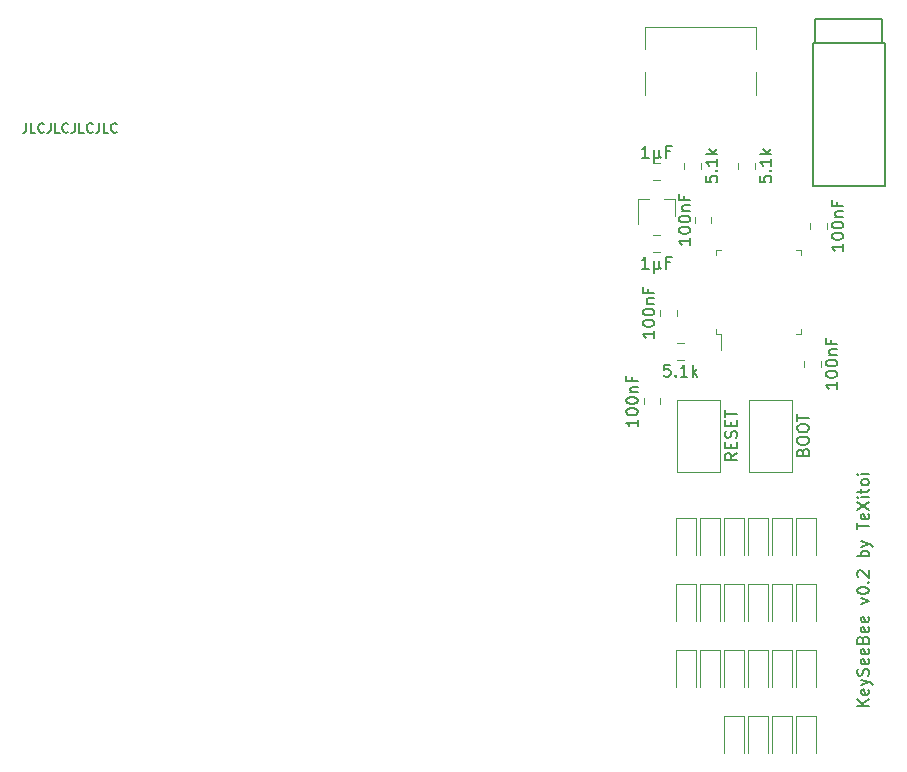
<source format=gto>
G04 #@! TF.GenerationSoftware,KiCad,Pcbnew,5.0.2+dfsg1-1*
G04 #@! TF.CreationDate,2020-09-05T17:35:20+02:00*
G04 #@! TF.ProjectId,left,6c656674-2e6b-4696-9361-645f70636258,rev?*
G04 #@! TF.SameCoordinates,Original*
G04 #@! TF.FileFunction,Legend,Top*
G04 #@! TF.FilePolarity,Positive*
%FSLAX46Y46*%
G04 Gerber Fmt 4.6, Leading zero omitted, Abs format (unit mm)*
G04 Created by KiCad (PCBNEW 5.0.2+dfsg1-1) date sam. 05 sept. 2020 17:35:20 CEST*
%MOMM*%
%LPD*%
G01*
G04 APERTURE LIST*
%ADD10C,0.200000*%
%ADD11C,0.150000*%
%ADD12C,0.120000*%
%ADD13C,4.000000*%
%ADD14C,1.900000*%
%ADD15C,1.700000*%
%ADD16C,0.800000*%
%ADD17O,1.000000X1.400000*%
%ADD18R,1.500000X1.500000*%
%ADD19C,0.100000*%
%ADD20C,1.150000*%
%ADD21R,1.000000X1.000000*%
%ADD22R,1.300000X0.250000*%
%ADD23R,0.250000X1.300000*%
%ADD24R,0.800000X0.900000*%
%ADD25R,0.600000X1.450000*%
%ADD26R,0.300000X1.450000*%
%ADD27O,1.000000X2.100000*%
%ADD28C,0.650000*%
%ADD29O,1.000000X1.600000*%
G04 APERTURE END LIST*
D10*
X167754761Y-55060904D02*
X167754761Y-55632333D01*
X167716666Y-55746619D01*
X167640476Y-55822809D01*
X167526190Y-55860904D01*
X167450000Y-55860904D01*
X168516666Y-55860904D02*
X168135714Y-55860904D01*
X168135714Y-55060904D01*
X169240476Y-55784714D02*
X169202380Y-55822809D01*
X169088095Y-55860904D01*
X169011904Y-55860904D01*
X168897619Y-55822809D01*
X168821428Y-55746619D01*
X168783333Y-55670428D01*
X168745238Y-55518047D01*
X168745238Y-55403761D01*
X168783333Y-55251380D01*
X168821428Y-55175190D01*
X168897619Y-55099000D01*
X169011904Y-55060904D01*
X169088095Y-55060904D01*
X169202380Y-55099000D01*
X169240476Y-55137095D01*
X169811904Y-55060904D02*
X169811904Y-55632333D01*
X169773809Y-55746619D01*
X169697619Y-55822809D01*
X169583333Y-55860904D01*
X169507142Y-55860904D01*
X170573809Y-55860904D02*
X170192857Y-55860904D01*
X170192857Y-55060904D01*
X171297619Y-55784714D02*
X171259523Y-55822809D01*
X171145238Y-55860904D01*
X171069047Y-55860904D01*
X170954761Y-55822809D01*
X170878571Y-55746619D01*
X170840476Y-55670428D01*
X170802380Y-55518047D01*
X170802380Y-55403761D01*
X170840476Y-55251380D01*
X170878571Y-55175190D01*
X170954761Y-55099000D01*
X171069047Y-55060904D01*
X171145238Y-55060904D01*
X171259523Y-55099000D01*
X171297619Y-55137095D01*
X171869047Y-55060904D02*
X171869047Y-55632333D01*
X171830952Y-55746619D01*
X171754761Y-55822809D01*
X171640476Y-55860904D01*
X171564285Y-55860904D01*
X172630952Y-55860904D02*
X172250000Y-55860904D01*
X172250000Y-55060904D01*
X173354761Y-55784714D02*
X173316666Y-55822809D01*
X173202380Y-55860904D01*
X173126190Y-55860904D01*
X173011904Y-55822809D01*
X172935714Y-55746619D01*
X172897619Y-55670428D01*
X172859523Y-55518047D01*
X172859523Y-55403761D01*
X172897619Y-55251380D01*
X172935714Y-55175190D01*
X173011904Y-55099000D01*
X173126190Y-55060904D01*
X173202380Y-55060904D01*
X173316666Y-55099000D01*
X173354761Y-55137095D01*
X173926190Y-55060904D02*
X173926190Y-55632333D01*
X173888095Y-55746619D01*
X173811904Y-55822809D01*
X173697619Y-55860904D01*
X173621428Y-55860904D01*
X174688095Y-55860904D02*
X174307142Y-55860904D01*
X174307142Y-55060904D01*
X175411904Y-55784714D02*
X175373809Y-55822809D01*
X175259523Y-55860904D01*
X175183333Y-55860904D01*
X175069047Y-55822809D01*
X174992857Y-55746619D01*
X174954761Y-55670428D01*
X174916666Y-55518047D01*
X174916666Y-55403761D01*
X174954761Y-55251380D01*
X174992857Y-55175190D01*
X175069047Y-55099000D01*
X175183333Y-55060904D01*
X175259523Y-55060904D01*
X175373809Y-55099000D01*
X175411904Y-55137095D01*
X239085380Y-104406904D02*
X238085380Y-104406904D01*
X239085380Y-103835476D02*
X238513952Y-104264047D01*
X238085380Y-103835476D02*
X238656809Y-104406904D01*
X239037761Y-103025952D02*
X239085380Y-103121190D01*
X239085380Y-103311666D01*
X239037761Y-103406904D01*
X238942523Y-103454523D01*
X238561571Y-103454523D01*
X238466333Y-103406904D01*
X238418714Y-103311666D01*
X238418714Y-103121190D01*
X238466333Y-103025952D01*
X238561571Y-102978333D01*
X238656809Y-102978333D01*
X238752047Y-103454523D01*
X238418714Y-102645000D02*
X239085380Y-102406904D01*
X238418714Y-102168809D02*
X239085380Y-102406904D01*
X239323476Y-102502142D01*
X239371095Y-102549761D01*
X239418714Y-102645000D01*
X239037761Y-101835476D02*
X239085380Y-101692619D01*
X239085380Y-101454523D01*
X239037761Y-101359285D01*
X238990142Y-101311666D01*
X238894904Y-101264047D01*
X238799666Y-101264047D01*
X238704428Y-101311666D01*
X238656809Y-101359285D01*
X238609190Y-101454523D01*
X238561571Y-101645000D01*
X238513952Y-101740238D01*
X238466333Y-101787857D01*
X238371095Y-101835476D01*
X238275857Y-101835476D01*
X238180619Y-101787857D01*
X238133000Y-101740238D01*
X238085380Y-101645000D01*
X238085380Y-101406904D01*
X238133000Y-101264047D01*
X239037761Y-100454523D02*
X239085380Y-100549761D01*
X239085380Y-100740238D01*
X239037761Y-100835476D01*
X238942523Y-100883095D01*
X238561571Y-100883095D01*
X238466333Y-100835476D01*
X238418714Y-100740238D01*
X238418714Y-100549761D01*
X238466333Y-100454523D01*
X238561571Y-100406904D01*
X238656809Y-100406904D01*
X238752047Y-100883095D01*
X239037761Y-99597380D02*
X239085380Y-99692619D01*
X239085380Y-99883095D01*
X239037761Y-99978333D01*
X238942523Y-100025952D01*
X238561571Y-100025952D01*
X238466333Y-99978333D01*
X238418714Y-99883095D01*
X238418714Y-99692619D01*
X238466333Y-99597380D01*
X238561571Y-99549761D01*
X238656809Y-99549761D01*
X238752047Y-100025952D01*
X238561571Y-98787857D02*
X238609190Y-98645000D01*
X238656809Y-98597380D01*
X238752047Y-98549761D01*
X238894904Y-98549761D01*
X238990142Y-98597380D01*
X239037761Y-98645000D01*
X239085380Y-98740238D01*
X239085380Y-99121190D01*
X238085380Y-99121190D01*
X238085380Y-98787857D01*
X238133000Y-98692619D01*
X238180619Y-98645000D01*
X238275857Y-98597380D01*
X238371095Y-98597380D01*
X238466333Y-98645000D01*
X238513952Y-98692619D01*
X238561571Y-98787857D01*
X238561571Y-99121190D01*
X239037761Y-97740238D02*
X239085380Y-97835476D01*
X239085380Y-98025952D01*
X239037761Y-98121190D01*
X238942523Y-98168809D01*
X238561571Y-98168809D01*
X238466333Y-98121190D01*
X238418714Y-98025952D01*
X238418714Y-97835476D01*
X238466333Y-97740238D01*
X238561571Y-97692619D01*
X238656809Y-97692619D01*
X238752047Y-98168809D01*
X239037761Y-96883095D02*
X239085380Y-96978333D01*
X239085380Y-97168809D01*
X239037761Y-97264047D01*
X238942523Y-97311666D01*
X238561571Y-97311666D01*
X238466333Y-97264047D01*
X238418714Y-97168809D01*
X238418714Y-96978333D01*
X238466333Y-96883095D01*
X238561571Y-96835476D01*
X238656809Y-96835476D01*
X238752047Y-97311666D01*
X238418714Y-95740238D02*
X239085380Y-95502142D01*
X238418714Y-95264047D01*
X238085380Y-94692619D02*
X238085380Y-94597380D01*
X238133000Y-94502142D01*
X238180619Y-94454523D01*
X238275857Y-94406904D01*
X238466333Y-94359285D01*
X238704428Y-94359285D01*
X238894904Y-94406904D01*
X238990142Y-94454523D01*
X239037761Y-94502142D01*
X239085380Y-94597380D01*
X239085380Y-94692619D01*
X239037761Y-94787857D01*
X238990142Y-94835476D01*
X238894904Y-94883095D01*
X238704428Y-94930714D01*
X238466333Y-94930714D01*
X238275857Y-94883095D01*
X238180619Y-94835476D01*
X238133000Y-94787857D01*
X238085380Y-94692619D01*
X238990142Y-93930714D02*
X239037761Y-93883095D01*
X239085380Y-93930714D01*
X239037761Y-93978333D01*
X238990142Y-93930714D01*
X239085380Y-93930714D01*
X238180619Y-93502142D02*
X238133000Y-93454523D01*
X238085380Y-93359285D01*
X238085380Y-93121190D01*
X238133000Y-93025952D01*
X238180619Y-92978333D01*
X238275857Y-92930714D01*
X238371095Y-92930714D01*
X238513952Y-92978333D01*
X239085380Y-93549761D01*
X239085380Y-92930714D01*
X239085380Y-91740238D02*
X238085380Y-91740238D01*
X238466333Y-91740238D02*
X238418714Y-91645000D01*
X238418714Y-91454523D01*
X238466333Y-91359285D01*
X238513952Y-91311666D01*
X238609190Y-91264047D01*
X238894904Y-91264047D01*
X238990142Y-91311666D01*
X239037761Y-91359285D01*
X239085380Y-91454523D01*
X239085380Y-91645000D01*
X239037761Y-91740238D01*
X238418714Y-90930714D02*
X239085380Y-90692619D01*
X238418714Y-90454523D02*
X239085380Y-90692619D01*
X239323476Y-90787857D01*
X239371095Y-90835476D01*
X239418714Y-90930714D01*
X238085380Y-89454523D02*
X238085380Y-88883095D01*
X239085380Y-89168809D02*
X238085380Y-89168809D01*
X239037761Y-88168809D02*
X239085380Y-88264047D01*
X239085380Y-88454523D01*
X239037761Y-88549761D01*
X238942523Y-88597380D01*
X238561571Y-88597380D01*
X238466333Y-88549761D01*
X238418714Y-88454523D01*
X238418714Y-88264047D01*
X238466333Y-88168809D01*
X238561571Y-88121190D01*
X238656809Y-88121190D01*
X238752047Y-88597380D01*
X238085380Y-87787857D02*
X239085380Y-87121190D01*
X238085380Y-87121190D02*
X239085380Y-87787857D01*
X239085380Y-86740238D02*
X238418714Y-86740238D01*
X238085380Y-86740238D02*
X238133000Y-86787857D01*
X238180619Y-86740238D01*
X238133000Y-86692619D01*
X238085380Y-86740238D01*
X238180619Y-86740238D01*
X238418714Y-86406904D02*
X238418714Y-86025952D01*
X238085380Y-86264047D02*
X238942523Y-86264047D01*
X239037761Y-86216428D01*
X239085380Y-86121190D01*
X239085380Y-86025952D01*
X239085380Y-85549761D02*
X239037761Y-85645000D01*
X238990142Y-85692619D01*
X238894904Y-85740238D01*
X238609190Y-85740238D01*
X238513952Y-85692619D01*
X238466333Y-85645000D01*
X238418714Y-85549761D01*
X238418714Y-85406904D01*
X238466333Y-85311666D01*
X238513952Y-85264047D01*
X238609190Y-85216428D01*
X238894904Y-85216428D01*
X238990142Y-85264047D01*
X239037761Y-85311666D01*
X239085380Y-85406904D01*
X239085380Y-85549761D01*
X239085380Y-84787857D02*
X238418714Y-84787857D01*
X238085380Y-84787857D02*
X238133000Y-84835476D01*
X238180619Y-84787857D01*
X238133000Y-84740238D01*
X238085380Y-84787857D01*
X238180619Y-84787857D01*
D11*
G04 #@! TO.C,J2*
X240163000Y-46260000D02*
X234563000Y-46260000D01*
X234563000Y-48260000D02*
X234563000Y-46260000D01*
X240163000Y-48260000D02*
X240163000Y-46260000D01*
X234313000Y-48260000D02*
X234313000Y-60360000D01*
X240413000Y-48260000D02*
X240413000Y-60360000D01*
X240413000Y-60360000D02*
X234313000Y-60360000D01*
X240413000Y-48260000D02*
X234313000Y-48260000D01*
D12*
G04 #@! TO.C,SW1*
X232609000Y-84594000D02*
X228909000Y-84594000D01*
X232609000Y-78474000D02*
X232609000Y-84594000D01*
X228909000Y-78474000D02*
X232609000Y-78474000D01*
X228909000Y-84594000D02*
X228909000Y-78474000D01*
G04 #@! TO.C,SW2*
X226513000Y-84594000D02*
X222813000Y-84594000D01*
X226513000Y-78474000D02*
X226513000Y-84594000D01*
X222813000Y-78474000D02*
X226513000Y-78474000D01*
X222813000Y-84594000D02*
X222813000Y-78474000D01*
G04 #@! TO.C,C7*
X220845748Y-59892000D02*
X221368252Y-59892000D01*
X220845748Y-58472000D02*
X221368252Y-58472000D01*
G04 #@! TO.C,C5*
X224334000Y-62984748D02*
X224334000Y-63507252D01*
X225754000Y-62984748D02*
X225754000Y-63507252D01*
G04 #@! TO.C,C4*
X221413000Y-70858748D02*
X221413000Y-71381252D01*
X222833000Y-70858748D02*
X222833000Y-71381252D01*
G04 #@! TO.C,C3*
X235025000Y-75699252D02*
X235025000Y-75176748D01*
X233605000Y-75699252D02*
X233605000Y-75176748D01*
G04 #@! TO.C,C6*
X220845748Y-65988000D02*
X221368252Y-65988000D01*
X220845748Y-64568000D02*
X221368252Y-64568000D01*
G04 #@! TO.C,C1*
X221436000Y-78874252D02*
X221436000Y-78351748D01*
X220016000Y-78874252D02*
X220016000Y-78351748D01*
G04 #@! TO.C,C2*
X235533000Y-64015252D02*
X235533000Y-63492748D01*
X234113000Y-64015252D02*
X234113000Y-63492748D01*
G04 #@! TO.C,D16*
X234609440Y-99644927D02*
X234609440Y-102794927D01*
X232909440Y-99644927D02*
X232909440Y-102794927D01*
X234609440Y-99644927D02*
X232909440Y-99644927D01*
G04 #@! TO.C,D14*
X234609440Y-88468927D02*
X234609440Y-91618927D01*
X232909440Y-88468927D02*
X232909440Y-91618927D01*
X234609440Y-88468927D02*
X232909440Y-88468927D01*
G04 #@! TO.C,D12*
X228513440Y-105232927D02*
X228513440Y-108382927D01*
X226813440Y-105232927D02*
X226813440Y-108382927D01*
X228513440Y-105232927D02*
X226813440Y-105232927D01*
G04 #@! TO.C,D11*
X228513440Y-99644927D02*
X228513440Y-102794927D01*
X226813440Y-99644927D02*
X226813440Y-102794927D01*
X228513440Y-99644927D02*
X226813440Y-99644927D01*
G04 #@! TO.C,D10*
X228513440Y-94056927D02*
X228513440Y-97206927D01*
X226813440Y-94056927D02*
X226813440Y-97206927D01*
X228513440Y-94056927D02*
X226813440Y-94056927D01*
G04 #@! TO.C,D9*
X228513440Y-88468927D02*
X228513440Y-91618927D01*
X226813440Y-88468927D02*
X226813440Y-91618927D01*
X228513440Y-88468927D02*
X226813440Y-88468927D01*
G04 #@! TO.C,D7*
X224449440Y-99644927D02*
X224449440Y-102794927D01*
X222749440Y-99644927D02*
X222749440Y-102794927D01*
X224449440Y-99644927D02*
X222749440Y-99644927D01*
G04 #@! TO.C,D6*
X224449440Y-94056927D02*
X224449440Y-97206927D01*
X222749440Y-94056927D02*
X222749440Y-97206927D01*
X224449440Y-94056927D02*
X222749440Y-94056927D01*
G04 #@! TO.C,D5*
X224449440Y-88468927D02*
X224449440Y-91618927D01*
X222749440Y-88468927D02*
X222749440Y-91618927D01*
X224449440Y-88468927D02*
X222749440Y-88468927D01*
G04 #@! TO.C,D36*
X232577440Y-105232927D02*
X232577440Y-108382927D01*
X230877440Y-105232927D02*
X230877440Y-108382927D01*
X232577440Y-105232927D02*
X230877440Y-105232927D01*
G04 #@! TO.C,D15*
X234609440Y-94056927D02*
X234609440Y-97206927D01*
X232909440Y-94056927D02*
X232909440Y-97206927D01*
X234609440Y-94056927D02*
X232909440Y-94056927D01*
G04 #@! TO.C,D35*
X232577440Y-99644927D02*
X232577440Y-102794927D01*
X230877440Y-99644927D02*
X230877440Y-102794927D01*
X232577440Y-99644927D02*
X230877440Y-99644927D01*
G04 #@! TO.C,D34*
X232577440Y-94056927D02*
X232577440Y-97206927D01*
X230877440Y-94056927D02*
X230877440Y-97206927D01*
X232577440Y-94056927D02*
X230877440Y-94056927D01*
G04 #@! TO.C,D33*
X232577440Y-88468927D02*
X232577440Y-91618927D01*
X230877440Y-88468927D02*
X230877440Y-91618927D01*
X232577440Y-88468927D02*
X230877440Y-88468927D01*
G04 #@! TO.C,D26*
X230545440Y-105232927D02*
X230545440Y-108382927D01*
X228845440Y-105232927D02*
X228845440Y-108382927D01*
X230545440Y-105232927D02*
X228845440Y-105232927D01*
G04 #@! TO.C,D25*
X230545440Y-99644927D02*
X230545440Y-102794927D01*
X228845440Y-99644927D02*
X228845440Y-102794927D01*
X230545440Y-99644927D02*
X228845440Y-99644927D01*
G04 #@! TO.C,D24*
X230545440Y-94056927D02*
X230545440Y-97206927D01*
X228845440Y-94056927D02*
X228845440Y-97206927D01*
X230545440Y-94056927D02*
X228845440Y-94056927D01*
G04 #@! TO.C,D23*
X230545440Y-88468927D02*
X230545440Y-91618927D01*
X228845440Y-88468927D02*
X228845440Y-91618927D01*
X230545440Y-88468927D02*
X228845440Y-88468927D01*
G04 #@! TO.C,D21*
X226481440Y-99644927D02*
X226481440Y-102794927D01*
X224781440Y-99644927D02*
X224781440Y-102794927D01*
X226481440Y-99644927D02*
X224781440Y-99644927D01*
G04 #@! TO.C,D20*
X226481440Y-94056927D02*
X226481440Y-97206927D01*
X224781440Y-94056927D02*
X224781440Y-97206927D01*
X226481440Y-94056927D02*
X224781440Y-94056927D01*
G04 #@! TO.C,D19*
X226481440Y-88468927D02*
X226481440Y-91618927D01*
X224781440Y-88468927D02*
X224781440Y-91618927D01*
X226481440Y-88468927D02*
X224781440Y-88468927D01*
G04 #@! TO.C,D17*
X234609440Y-105232927D02*
X234609440Y-108382927D01*
X232909440Y-105232927D02*
X232909440Y-108382927D01*
X234609440Y-105232927D02*
X232909440Y-105232927D01*
G04 #@! TO.C,U1*
X233303000Y-72902000D02*
X233303000Y-72482000D01*
X226183000Y-72902000D02*
X226603000Y-72902000D01*
X226603000Y-72902000D02*
X226603000Y-74282000D01*
X226183000Y-65782000D02*
X226183000Y-66202000D01*
X233303000Y-65782000D02*
X233303000Y-66202000D01*
X226183000Y-72902000D02*
X226183000Y-72482000D01*
X233303000Y-72902000D02*
X232883000Y-72902000D01*
X233303000Y-65782000D02*
X232883000Y-65782000D01*
X226183000Y-65782000D02*
X226603000Y-65782000D01*
G04 #@! TO.C,U2*
X222687000Y-61470000D02*
X222687000Y-62930000D01*
X219527000Y-61470000D02*
X219527000Y-63630000D01*
X219527000Y-61470000D02*
X220457000Y-61470000D01*
X222687000Y-61470000D02*
X221757000Y-61470000D01*
G04 #@! TO.C,R1*
X223391252Y-73712000D02*
X222868748Y-73712000D01*
X223391252Y-75132000D02*
X222868748Y-75132000D01*
G04 #@! TO.C,R6*
X223445000Y-58412748D02*
X223445000Y-58935252D01*
X224865000Y-58412748D02*
X224865000Y-58935252D01*
G04 #@! TO.C,R7*
X228017000Y-58412748D02*
X228017000Y-58935252D01*
X229437000Y-58412748D02*
X229437000Y-58935252D01*
G04 #@! TO.C,J1*
X229490000Y-46900000D02*
X220090000Y-46900000D01*
X220090000Y-52700000D02*
X220090000Y-50700000D01*
X220090000Y-48800000D02*
X220090000Y-46900000D01*
X229490000Y-52700000D02*
X229490000Y-50700000D01*
X229490000Y-48800000D02*
X229490000Y-46900000D01*
G04 #@! TO.C,SW1*
D11*
X233481571Y-82891142D02*
X233529190Y-82748285D01*
X233576809Y-82700666D01*
X233672047Y-82653047D01*
X233814904Y-82653047D01*
X233910142Y-82700666D01*
X233957761Y-82748285D01*
X234005380Y-82843523D01*
X234005380Y-83224476D01*
X233005380Y-83224476D01*
X233005380Y-82891142D01*
X233053000Y-82795904D01*
X233100619Y-82748285D01*
X233195857Y-82700666D01*
X233291095Y-82700666D01*
X233386333Y-82748285D01*
X233433952Y-82795904D01*
X233481571Y-82891142D01*
X233481571Y-83224476D01*
X233005380Y-82034000D02*
X233005380Y-81843523D01*
X233053000Y-81748285D01*
X233148238Y-81653047D01*
X233338714Y-81605428D01*
X233672047Y-81605428D01*
X233862523Y-81653047D01*
X233957761Y-81748285D01*
X234005380Y-81843523D01*
X234005380Y-82034000D01*
X233957761Y-82129238D01*
X233862523Y-82224476D01*
X233672047Y-82272095D01*
X233338714Y-82272095D01*
X233148238Y-82224476D01*
X233053000Y-82129238D01*
X233005380Y-82034000D01*
X233005380Y-80986380D02*
X233005380Y-80795904D01*
X233053000Y-80700666D01*
X233148238Y-80605428D01*
X233338714Y-80557809D01*
X233672047Y-80557809D01*
X233862523Y-80605428D01*
X233957761Y-80700666D01*
X234005380Y-80795904D01*
X234005380Y-80986380D01*
X233957761Y-81081619D01*
X233862523Y-81176857D01*
X233672047Y-81224476D01*
X233338714Y-81224476D01*
X233148238Y-81176857D01*
X233053000Y-81081619D01*
X233005380Y-80986380D01*
X233005380Y-80272095D02*
X233005380Y-79700666D01*
X234005380Y-79986380D02*
X233005380Y-79986380D01*
G04 #@! TO.C,SW2*
X227909380Y-82986380D02*
X227433190Y-83319714D01*
X227909380Y-83557809D02*
X226909380Y-83557809D01*
X226909380Y-83176857D01*
X226957000Y-83081619D01*
X227004619Y-83034000D01*
X227099857Y-82986380D01*
X227242714Y-82986380D01*
X227337952Y-83034000D01*
X227385571Y-83081619D01*
X227433190Y-83176857D01*
X227433190Y-83557809D01*
X227385571Y-82557809D02*
X227385571Y-82224476D01*
X227909380Y-82081619D02*
X227909380Y-82557809D01*
X226909380Y-82557809D01*
X226909380Y-82081619D01*
X227861761Y-81700666D02*
X227909380Y-81557809D01*
X227909380Y-81319714D01*
X227861761Y-81224476D01*
X227814142Y-81176857D01*
X227718904Y-81129238D01*
X227623666Y-81129238D01*
X227528428Y-81176857D01*
X227480809Y-81224476D01*
X227433190Y-81319714D01*
X227385571Y-81510190D01*
X227337952Y-81605428D01*
X227290333Y-81653047D01*
X227195095Y-81700666D01*
X227099857Y-81700666D01*
X227004619Y-81653047D01*
X226957000Y-81605428D01*
X226909380Y-81510190D01*
X226909380Y-81272095D01*
X226957000Y-81129238D01*
X227385571Y-80700666D02*
X227385571Y-80367333D01*
X227909380Y-80224476D02*
X227909380Y-80700666D01*
X226909380Y-80700666D01*
X226909380Y-80224476D01*
X226909380Y-79938761D02*
X226909380Y-79367333D01*
X227909380Y-79653047D02*
X226909380Y-79653047D01*
G04 #@! TO.C,C7*
X220440333Y-57984380D02*
X219868904Y-57984380D01*
X220154619Y-57984380D02*
X220154619Y-56984380D01*
X220059380Y-57127238D01*
X219964142Y-57222476D01*
X219868904Y-57270095D01*
X220868904Y-57317714D02*
X220868904Y-58317714D01*
X221345095Y-57841523D02*
X221392714Y-57936761D01*
X221487952Y-57984380D01*
X220868904Y-57841523D02*
X220916523Y-57936761D01*
X221011761Y-57984380D01*
X221202238Y-57984380D01*
X221297476Y-57936761D01*
X221345095Y-57841523D01*
X221345095Y-57317714D01*
X222249857Y-57460571D02*
X221916523Y-57460571D01*
X221916523Y-57984380D02*
X221916523Y-56984380D01*
X222392714Y-56984380D01*
G04 #@! TO.C,C5*
X223972380Y-64793619D02*
X223972380Y-65365047D01*
X223972380Y-65079333D02*
X222972380Y-65079333D01*
X223115238Y-65174571D01*
X223210476Y-65269809D01*
X223258095Y-65365047D01*
X222972380Y-64174571D02*
X222972380Y-64079333D01*
X223020000Y-63984095D01*
X223067619Y-63936476D01*
X223162857Y-63888857D01*
X223353333Y-63841238D01*
X223591428Y-63841238D01*
X223781904Y-63888857D01*
X223877142Y-63936476D01*
X223924761Y-63984095D01*
X223972380Y-64079333D01*
X223972380Y-64174571D01*
X223924761Y-64269809D01*
X223877142Y-64317428D01*
X223781904Y-64365047D01*
X223591428Y-64412666D01*
X223353333Y-64412666D01*
X223162857Y-64365047D01*
X223067619Y-64317428D01*
X223020000Y-64269809D01*
X222972380Y-64174571D01*
X222972380Y-63222190D02*
X222972380Y-63126952D01*
X223020000Y-63031714D01*
X223067619Y-62984095D01*
X223162857Y-62936476D01*
X223353333Y-62888857D01*
X223591428Y-62888857D01*
X223781904Y-62936476D01*
X223877142Y-62984095D01*
X223924761Y-63031714D01*
X223972380Y-63126952D01*
X223972380Y-63222190D01*
X223924761Y-63317428D01*
X223877142Y-63365047D01*
X223781904Y-63412666D01*
X223591428Y-63460285D01*
X223353333Y-63460285D01*
X223162857Y-63412666D01*
X223067619Y-63365047D01*
X223020000Y-63317428D01*
X222972380Y-63222190D01*
X223305714Y-62460285D02*
X223972380Y-62460285D01*
X223400952Y-62460285D02*
X223353333Y-62412666D01*
X223305714Y-62317428D01*
X223305714Y-62174571D01*
X223353333Y-62079333D01*
X223448571Y-62031714D01*
X223972380Y-62031714D01*
X223448571Y-61222190D02*
X223448571Y-61555523D01*
X223972380Y-61555523D02*
X222972380Y-61555523D01*
X222972380Y-61079333D01*
G04 #@! TO.C,C4*
X220925380Y-72667619D02*
X220925380Y-73239047D01*
X220925380Y-72953333D02*
X219925380Y-72953333D01*
X220068238Y-73048571D01*
X220163476Y-73143809D01*
X220211095Y-73239047D01*
X219925380Y-72048571D02*
X219925380Y-71953333D01*
X219973000Y-71858095D01*
X220020619Y-71810476D01*
X220115857Y-71762857D01*
X220306333Y-71715238D01*
X220544428Y-71715238D01*
X220734904Y-71762857D01*
X220830142Y-71810476D01*
X220877761Y-71858095D01*
X220925380Y-71953333D01*
X220925380Y-72048571D01*
X220877761Y-72143809D01*
X220830142Y-72191428D01*
X220734904Y-72239047D01*
X220544428Y-72286666D01*
X220306333Y-72286666D01*
X220115857Y-72239047D01*
X220020619Y-72191428D01*
X219973000Y-72143809D01*
X219925380Y-72048571D01*
X219925380Y-71096190D02*
X219925380Y-71000952D01*
X219973000Y-70905714D01*
X220020619Y-70858095D01*
X220115857Y-70810476D01*
X220306333Y-70762857D01*
X220544428Y-70762857D01*
X220734904Y-70810476D01*
X220830142Y-70858095D01*
X220877761Y-70905714D01*
X220925380Y-71000952D01*
X220925380Y-71096190D01*
X220877761Y-71191428D01*
X220830142Y-71239047D01*
X220734904Y-71286666D01*
X220544428Y-71334285D01*
X220306333Y-71334285D01*
X220115857Y-71286666D01*
X220020619Y-71239047D01*
X219973000Y-71191428D01*
X219925380Y-71096190D01*
X220258714Y-70334285D02*
X220925380Y-70334285D01*
X220353952Y-70334285D02*
X220306333Y-70286666D01*
X220258714Y-70191428D01*
X220258714Y-70048571D01*
X220306333Y-69953333D01*
X220401571Y-69905714D01*
X220925380Y-69905714D01*
X220401571Y-69096190D02*
X220401571Y-69429523D01*
X220925380Y-69429523D02*
X219925380Y-69429523D01*
X219925380Y-68953333D01*
G04 #@! TO.C,C3*
X236417380Y-76985619D02*
X236417380Y-77557047D01*
X236417380Y-77271333D02*
X235417380Y-77271333D01*
X235560238Y-77366571D01*
X235655476Y-77461809D01*
X235703095Y-77557047D01*
X235417380Y-76366571D02*
X235417380Y-76271333D01*
X235465000Y-76176095D01*
X235512619Y-76128476D01*
X235607857Y-76080857D01*
X235798333Y-76033238D01*
X236036428Y-76033238D01*
X236226904Y-76080857D01*
X236322142Y-76128476D01*
X236369761Y-76176095D01*
X236417380Y-76271333D01*
X236417380Y-76366571D01*
X236369761Y-76461809D01*
X236322142Y-76509428D01*
X236226904Y-76557047D01*
X236036428Y-76604666D01*
X235798333Y-76604666D01*
X235607857Y-76557047D01*
X235512619Y-76509428D01*
X235465000Y-76461809D01*
X235417380Y-76366571D01*
X235417380Y-75414190D02*
X235417380Y-75318952D01*
X235465000Y-75223714D01*
X235512619Y-75176095D01*
X235607857Y-75128476D01*
X235798333Y-75080857D01*
X236036428Y-75080857D01*
X236226904Y-75128476D01*
X236322142Y-75176095D01*
X236369761Y-75223714D01*
X236417380Y-75318952D01*
X236417380Y-75414190D01*
X236369761Y-75509428D01*
X236322142Y-75557047D01*
X236226904Y-75604666D01*
X236036428Y-75652285D01*
X235798333Y-75652285D01*
X235607857Y-75604666D01*
X235512619Y-75557047D01*
X235465000Y-75509428D01*
X235417380Y-75414190D01*
X235750714Y-74652285D02*
X236417380Y-74652285D01*
X235845952Y-74652285D02*
X235798333Y-74604666D01*
X235750714Y-74509428D01*
X235750714Y-74366571D01*
X235798333Y-74271333D01*
X235893571Y-74223714D01*
X236417380Y-74223714D01*
X235893571Y-73414190D02*
X235893571Y-73747523D01*
X236417380Y-73747523D02*
X235417380Y-73747523D01*
X235417380Y-73271333D01*
G04 #@! TO.C,C6*
X220440333Y-67380380D02*
X219868904Y-67380380D01*
X220154619Y-67380380D02*
X220154619Y-66380380D01*
X220059380Y-66523238D01*
X219964142Y-66618476D01*
X219868904Y-66666095D01*
X220868904Y-66713714D02*
X220868904Y-67713714D01*
X221345095Y-67237523D02*
X221392714Y-67332761D01*
X221487952Y-67380380D01*
X220868904Y-67237523D02*
X220916523Y-67332761D01*
X221011761Y-67380380D01*
X221202238Y-67380380D01*
X221297476Y-67332761D01*
X221345095Y-67237523D01*
X221345095Y-66713714D01*
X222249857Y-66856571D02*
X221916523Y-66856571D01*
X221916523Y-67380380D02*
X221916523Y-66380380D01*
X222392714Y-66380380D01*
G04 #@! TO.C,C1*
X219528380Y-80160619D02*
X219528380Y-80732047D01*
X219528380Y-80446333D02*
X218528380Y-80446333D01*
X218671238Y-80541571D01*
X218766476Y-80636809D01*
X218814095Y-80732047D01*
X218528380Y-79541571D02*
X218528380Y-79446333D01*
X218576000Y-79351095D01*
X218623619Y-79303476D01*
X218718857Y-79255857D01*
X218909333Y-79208238D01*
X219147428Y-79208238D01*
X219337904Y-79255857D01*
X219433142Y-79303476D01*
X219480761Y-79351095D01*
X219528380Y-79446333D01*
X219528380Y-79541571D01*
X219480761Y-79636809D01*
X219433142Y-79684428D01*
X219337904Y-79732047D01*
X219147428Y-79779666D01*
X218909333Y-79779666D01*
X218718857Y-79732047D01*
X218623619Y-79684428D01*
X218576000Y-79636809D01*
X218528380Y-79541571D01*
X218528380Y-78589190D02*
X218528380Y-78493952D01*
X218576000Y-78398714D01*
X218623619Y-78351095D01*
X218718857Y-78303476D01*
X218909333Y-78255857D01*
X219147428Y-78255857D01*
X219337904Y-78303476D01*
X219433142Y-78351095D01*
X219480761Y-78398714D01*
X219528380Y-78493952D01*
X219528380Y-78589190D01*
X219480761Y-78684428D01*
X219433142Y-78732047D01*
X219337904Y-78779666D01*
X219147428Y-78827285D01*
X218909333Y-78827285D01*
X218718857Y-78779666D01*
X218623619Y-78732047D01*
X218576000Y-78684428D01*
X218528380Y-78589190D01*
X218861714Y-77827285D02*
X219528380Y-77827285D01*
X218956952Y-77827285D02*
X218909333Y-77779666D01*
X218861714Y-77684428D01*
X218861714Y-77541571D01*
X218909333Y-77446333D01*
X219004571Y-77398714D01*
X219528380Y-77398714D01*
X219004571Y-76589190D02*
X219004571Y-76922523D01*
X219528380Y-76922523D02*
X218528380Y-76922523D01*
X218528380Y-76446333D01*
G04 #@! TO.C,C2*
X236925380Y-65301619D02*
X236925380Y-65873047D01*
X236925380Y-65587333D02*
X235925380Y-65587333D01*
X236068238Y-65682571D01*
X236163476Y-65777809D01*
X236211095Y-65873047D01*
X235925380Y-64682571D02*
X235925380Y-64587333D01*
X235973000Y-64492095D01*
X236020619Y-64444476D01*
X236115857Y-64396857D01*
X236306333Y-64349238D01*
X236544428Y-64349238D01*
X236734904Y-64396857D01*
X236830142Y-64444476D01*
X236877761Y-64492095D01*
X236925380Y-64587333D01*
X236925380Y-64682571D01*
X236877761Y-64777809D01*
X236830142Y-64825428D01*
X236734904Y-64873047D01*
X236544428Y-64920666D01*
X236306333Y-64920666D01*
X236115857Y-64873047D01*
X236020619Y-64825428D01*
X235973000Y-64777809D01*
X235925380Y-64682571D01*
X235925380Y-63730190D02*
X235925380Y-63634952D01*
X235973000Y-63539714D01*
X236020619Y-63492095D01*
X236115857Y-63444476D01*
X236306333Y-63396857D01*
X236544428Y-63396857D01*
X236734904Y-63444476D01*
X236830142Y-63492095D01*
X236877761Y-63539714D01*
X236925380Y-63634952D01*
X236925380Y-63730190D01*
X236877761Y-63825428D01*
X236830142Y-63873047D01*
X236734904Y-63920666D01*
X236544428Y-63968285D01*
X236306333Y-63968285D01*
X236115857Y-63920666D01*
X236020619Y-63873047D01*
X235973000Y-63825428D01*
X235925380Y-63730190D01*
X236258714Y-62968285D02*
X236925380Y-62968285D01*
X236353952Y-62968285D02*
X236306333Y-62920666D01*
X236258714Y-62825428D01*
X236258714Y-62682571D01*
X236306333Y-62587333D01*
X236401571Y-62539714D01*
X236925380Y-62539714D01*
X236401571Y-61730190D02*
X236401571Y-62063523D01*
X236925380Y-62063523D02*
X235925380Y-62063523D01*
X235925380Y-61587333D01*
G04 #@! TO.C,R1*
X222249047Y-75524380D02*
X221772857Y-75524380D01*
X221725238Y-76000571D01*
X221772857Y-75952952D01*
X221868095Y-75905333D01*
X222106190Y-75905333D01*
X222201428Y-75952952D01*
X222249047Y-76000571D01*
X222296666Y-76095809D01*
X222296666Y-76333904D01*
X222249047Y-76429142D01*
X222201428Y-76476761D01*
X222106190Y-76524380D01*
X221868095Y-76524380D01*
X221772857Y-76476761D01*
X221725238Y-76429142D01*
X222725238Y-76429142D02*
X222772857Y-76476761D01*
X222725238Y-76524380D01*
X222677619Y-76476761D01*
X222725238Y-76429142D01*
X222725238Y-76524380D01*
X223725238Y-76524380D02*
X223153809Y-76524380D01*
X223439523Y-76524380D02*
X223439523Y-75524380D01*
X223344285Y-75667238D01*
X223249047Y-75762476D01*
X223153809Y-75810095D01*
X224153809Y-76524380D02*
X224153809Y-75524380D01*
X224249047Y-76143428D02*
X224534761Y-76524380D01*
X224534761Y-75857714D02*
X224153809Y-76238666D01*
G04 #@! TO.C,R6*
X225257380Y-59554952D02*
X225257380Y-60031142D01*
X225733571Y-60078761D01*
X225685952Y-60031142D01*
X225638333Y-59935904D01*
X225638333Y-59697809D01*
X225685952Y-59602571D01*
X225733571Y-59554952D01*
X225828809Y-59507333D01*
X226066904Y-59507333D01*
X226162142Y-59554952D01*
X226209761Y-59602571D01*
X226257380Y-59697809D01*
X226257380Y-59935904D01*
X226209761Y-60031142D01*
X226162142Y-60078761D01*
X226162142Y-59078761D02*
X226209761Y-59031142D01*
X226257380Y-59078761D01*
X226209761Y-59126380D01*
X226162142Y-59078761D01*
X226257380Y-59078761D01*
X226257380Y-58078761D02*
X226257380Y-58650190D01*
X226257380Y-58364476D02*
X225257380Y-58364476D01*
X225400238Y-58459714D01*
X225495476Y-58554952D01*
X225543095Y-58650190D01*
X226257380Y-57650190D02*
X225257380Y-57650190D01*
X225876428Y-57554952D02*
X226257380Y-57269238D01*
X225590714Y-57269238D02*
X225971666Y-57650190D01*
G04 #@! TO.C,R7*
X229829380Y-59554952D02*
X229829380Y-60031142D01*
X230305571Y-60078761D01*
X230257952Y-60031142D01*
X230210333Y-59935904D01*
X230210333Y-59697809D01*
X230257952Y-59602571D01*
X230305571Y-59554952D01*
X230400809Y-59507333D01*
X230638904Y-59507333D01*
X230734142Y-59554952D01*
X230781761Y-59602571D01*
X230829380Y-59697809D01*
X230829380Y-59935904D01*
X230781761Y-60031142D01*
X230734142Y-60078761D01*
X230734142Y-59078761D02*
X230781761Y-59031142D01*
X230829380Y-59078761D01*
X230781761Y-59126380D01*
X230734142Y-59078761D01*
X230829380Y-59078761D01*
X230829380Y-58078761D02*
X230829380Y-58650190D01*
X230829380Y-58364476D02*
X229829380Y-58364476D01*
X229972238Y-58459714D01*
X230067476Y-58554952D01*
X230115095Y-58650190D01*
X230829380Y-57650190D02*
X229829380Y-57650190D01*
X230448428Y-57554952D02*
X230829380Y-57269238D01*
X230162714Y-57269238D02*
X230543666Y-57650190D01*
G04 #@! TD*
%LPC*%
D13*
G04 #@! TO.C,SW15*
X222631000Y-118745000D03*
D14*
X217708861Y-116290912D03*
X227553139Y-121199088D03*
D15*
X227177267Y-121011685D03*
X218084733Y-116478315D03*
G04 #@! TD*
G04 #@! TO.C,SW4*
X109220000Y-85725000D03*
X119380000Y-85725000D03*
D14*
X119800000Y-85725000D03*
X108800000Y-85725000D03*
D13*
X114300000Y-85725000D03*
G04 #@! TD*
G04 #@! TO.C,SW5*
X114300000Y-104775000D03*
D14*
X108800000Y-104775000D03*
X119800000Y-104775000D03*
D15*
X119380000Y-104775000D03*
X109220000Y-104775000D03*
G04 #@! TD*
G04 #@! TO.C,SW7*
X147320000Y-53975000D03*
X157480000Y-53975000D03*
D14*
X157900000Y-53975000D03*
X146900000Y-53975000D03*
D13*
X152400000Y-53975000D03*
G04 #@! TD*
G04 #@! TO.C,SW13*
X209550000Y-75565000D03*
D14*
X204050000Y-75565000D03*
X215050000Y-75565000D03*
D15*
X214630000Y-75565000D03*
X204470000Y-75565000D03*
G04 #@! TD*
G04 #@! TO.C,SW8*
X147320000Y-73025000D03*
X157480000Y-73025000D03*
D14*
X157900000Y-73025000D03*
X146900000Y-73025000D03*
D13*
X152400000Y-73025000D03*
G04 #@! TD*
G04 #@! TO.C,SW9*
X152400000Y-92075000D03*
D14*
X146900000Y-92075000D03*
X157900000Y-92075000D03*
D15*
X157480000Y-92075000D03*
X147320000Y-92075000D03*
G04 #@! TD*
G04 #@! TO.C,SW10*
X156845000Y-111125000D03*
X167005000Y-111125000D03*
D14*
X167425000Y-111125000D03*
X156425000Y-111125000D03*
D13*
X161925000Y-111125000D03*
G04 #@! TD*
G04 #@! TO.C,SW12*
X209550000Y-56515000D03*
D14*
X204050000Y-56515000D03*
X215050000Y-56515000D03*
D15*
X214630000Y-56515000D03*
X204470000Y-56515000D03*
G04 #@! TD*
G04 #@! TO.C,SW14*
X204470000Y-94615000D03*
X214630000Y-94615000D03*
D14*
X215050000Y-94615000D03*
X204050000Y-94615000D03*
D13*
X209550000Y-94615000D03*
G04 #@! TD*
G04 #@! TO.C,SW17*
X133350000Y-64135000D03*
D14*
X127850000Y-64135000D03*
X138850000Y-64135000D03*
D15*
X138430000Y-64135000D03*
X128270000Y-64135000D03*
G04 #@! TD*
G04 #@! TO.C,SW18*
X128270000Y-83185000D03*
X138430000Y-83185000D03*
D14*
X138850000Y-83185000D03*
X127850000Y-83185000D03*
D13*
X133350000Y-83185000D03*
G04 #@! TD*
G04 #@! TO.C,SW19*
X133350000Y-102235000D03*
D14*
X127850000Y-102235000D03*
X138850000Y-102235000D03*
D15*
X138430000Y-102235000D03*
X128270000Y-102235000D03*
G04 #@! TD*
G04 #@! TO.C,SW21*
X166370000Y-51435000D03*
X176530000Y-51435000D03*
D14*
X176950000Y-51435000D03*
X165950000Y-51435000D03*
D13*
X171450000Y-51435000D03*
G04 #@! TD*
G04 #@! TO.C,SW22*
X171450000Y-70485000D03*
D14*
X165950000Y-70485000D03*
X176950000Y-70485000D03*
D15*
X176530000Y-70485000D03*
X166370000Y-70485000D03*
G04 #@! TD*
G04 #@! TO.C,SW23*
X166370000Y-89535000D03*
X176530000Y-89535000D03*
D14*
X176950000Y-89535000D03*
X165950000Y-89535000D03*
D13*
X171450000Y-89535000D03*
G04 #@! TD*
G04 #@! TO.C,SW31*
X190500000Y-53975000D03*
D14*
X185000000Y-53975000D03*
X196000000Y-53975000D03*
D15*
X195580000Y-53975000D03*
X185420000Y-53975000D03*
G04 #@! TD*
G04 #@! TO.C,SW32*
X185420000Y-73025000D03*
X195580000Y-73025000D03*
D14*
X196000000Y-73025000D03*
X185000000Y-73025000D03*
D13*
X190500000Y-73025000D03*
G04 #@! TD*
G04 #@! TO.C,SW33*
X190500000Y-92075000D03*
D14*
X185000000Y-92075000D03*
X196000000Y-92075000D03*
D15*
X195580000Y-92075000D03*
X185420000Y-92075000D03*
G04 #@! TD*
G04 #@! TO.C,SW34*
X194945000Y-113665000D03*
X205105000Y-113665000D03*
D14*
X205525000Y-113665000D03*
X194525000Y-113665000D03*
D13*
X200025000Y-113665000D03*
G04 #@! TD*
G04 #@! TO.C,SW24*
X180975000Y-111125000D03*
D14*
X175475000Y-111125000D03*
X186475000Y-111125000D03*
D15*
X186055000Y-111125000D03*
X175895000Y-111125000D03*
G04 #@! TD*
D13*
G04 #@! TO.C,SW3*
X114300000Y-66675000D03*
D14*
X108800000Y-66675000D03*
X119800000Y-66675000D03*
D15*
X119380000Y-66675000D03*
X109220000Y-66675000D03*
G04 #@! TD*
D16*
G04 #@! TO.C,J2*
X237363000Y-56860000D03*
X237363000Y-49860000D03*
D17*
X239663000Y-51460000D03*
X239663000Y-54460000D03*
X239663000Y-58460000D03*
X235063000Y-59560000D03*
G04 #@! TD*
D18*
G04 #@! TO.C,SW1*
X230759000Y-77634000D03*
X230759000Y-85434000D03*
G04 #@! TD*
G04 #@! TO.C,SW2*
X224663000Y-77634000D03*
X224663000Y-85434000D03*
G04 #@! TD*
D19*
G04 #@! TO.C,C7*
G36*
X222481505Y-58483204D02*
X222505773Y-58486804D01*
X222529572Y-58492765D01*
X222552671Y-58501030D01*
X222574850Y-58511520D01*
X222595893Y-58524132D01*
X222615599Y-58538747D01*
X222633777Y-58555223D01*
X222650253Y-58573401D01*
X222664868Y-58593107D01*
X222677480Y-58614150D01*
X222687970Y-58636329D01*
X222696235Y-58659428D01*
X222702196Y-58683227D01*
X222705796Y-58707495D01*
X222707000Y-58731999D01*
X222707000Y-59632001D01*
X222705796Y-59656505D01*
X222702196Y-59680773D01*
X222696235Y-59704572D01*
X222687970Y-59727671D01*
X222677480Y-59749850D01*
X222664868Y-59770893D01*
X222650253Y-59790599D01*
X222633777Y-59808777D01*
X222615599Y-59825253D01*
X222595893Y-59839868D01*
X222574850Y-59852480D01*
X222552671Y-59862970D01*
X222529572Y-59871235D01*
X222505773Y-59877196D01*
X222481505Y-59880796D01*
X222457001Y-59882000D01*
X221806999Y-59882000D01*
X221782495Y-59880796D01*
X221758227Y-59877196D01*
X221734428Y-59871235D01*
X221711329Y-59862970D01*
X221689150Y-59852480D01*
X221668107Y-59839868D01*
X221648401Y-59825253D01*
X221630223Y-59808777D01*
X221613747Y-59790599D01*
X221599132Y-59770893D01*
X221586520Y-59749850D01*
X221576030Y-59727671D01*
X221567765Y-59704572D01*
X221561804Y-59680773D01*
X221558204Y-59656505D01*
X221557000Y-59632001D01*
X221557000Y-58731999D01*
X221558204Y-58707495D01*
X221561804Y-58683227D01*
X221567765Y-58659428D01*
X221576030Y-58636329D01*
X221586520Y-58614150D01*
X221599132Y-58593107D01*
X221613747Y-58573401D01*
X221630223Y-58555223D01*
X221648401Y-58538747D01*
X221668107Y-58524132D01*
X221689150Y-58511520D01*
X221711329Y-58501030D01*
X221734428Y-58492765D01*
X221758227Y-58486804D01*
X221782495Y-58483204D01*
X221806999Y-58482000D01*
X222457001Y-58482000D01*
X222481505Y-58483204D01*
X222481505Y-58483204D01*
G37*
D20*
X222132000Y-59182000D03*
D19*
G36*
X220431505Y-58483204D02*
X220455773Y-58486804D01*
X220479572Y-58492765D01*
X220502671Y-58501030D01*
X220524850Y-58511520D01*
X220545893Y-58524132D01*
X220565599Y-58538747D01*
X220583777Y-58555223D01*
X220600253Y-58573401D01*
X220614868Y-58593107D01*
X220627480Y-58614150D01*
X220637970Y-58636329D01*
X220646235Y-58659428D01*
X220652196Y-58683227D01*
X220655796Y-58707495D01*
X220657000Y-58731999D01*
X220657000Y-59632001D01*
X220655796Y-59656505D01*
X220652196Y-59680773D01*
X220646235Y-59704572D01*
X220637970Y-59727671D01*
X220627480Y-59749850D01*
X220614868Y-59770893D01*
X220600253Y-59790599D01*
X220583777Y-59808777D01*
X220565599Y-59825253D01*
X220545893Y-59839868D01*
X220524850Y-59852480D01*
X220502671Y-59862970D01*
X220479572Y-59871235D01*
X220455773Y-59877196D01*
X220431505Y-59880796D01*
X220407001Y-59882000D01*
X219756999Y-59882000D01*
X219732495Y-59880796D01*
X219708227Y-59877196D01*
X219684428Y-59871235D01*
X219661329Y-59862970D01*
X219639150Y-59852480D01*
X219618107Y-59839868D01*
X219598401Y-59825253D01*
X219580223Y-59808777D01*
X219563747Y-59790599D01*
X219549132Y-59770893D01*
X219536520Y-59749850D01*
X219526030Y-59727671D01*
X219517765Y-59704572D01*
X219511804Y-59680773D01*
X219508204Y-59656505D01*
X219507000Y-59632001D01*
X219507000Y-58731999D01*
X219508204Y-58707495D01*
X219511804Y-58683227D01*
X219517765Y-58659428D01*
X219526030Y-58636329D01*
X219536520Y-58614150D01*
X219549132Y-58593107D01*
X219563747Y-58573401D01*
X219580223Y-58555223D01*
X219598401Y-58538747D01*
X219618107Y-58524132D01*
X219639150Y-58511520D01*
X219661329Y-58501030D01*
X219684428Y-58492765D01*
X219708227Y-58486804D01*
X219732495Y-58483204D01*
X219756999Y-58482000D01*
X220407001Y-58482000D01*
X220431505Y-58483204D01*
X220431505Y-58483204D01*
G37*
D20*
X220082000Y-59182000D03*
G04 #@! TD*
D19*
G04 #@! TO.C,C5*
G36*
X225518505Y-63697204D02*
X225542773Y-63700804D01*
X225566572Y-63706765D01*
X225589671Y-63715030D01*
X225611850Y-63725520D01*
X225632893Y-63738132D01*
X225652599Y-63752747D01*
X225670777Y-63769223D01*
X225687253Y-63787401D01*
X225701868Y-63807107D01*
X225714480Y-63828150D01*
X225724970Y-63850329D01*
X225733235Y-63873428D01*
X225739196Y-63897227D01*
X225742796Y-63921495D01*
X225744000Y-63945999D01*
X225744000Y-64596001D01*
X225742796Y-64620505D01*
X225739196Y-64644773D01*
X225733235Y-64668572D01*
X225724970Y-64691671D01*
X225714480Y-64713850D01*
X225701868Y-64734893D01*
X225687253Y-64754599D01*
X225670777Y-64772777D01*
X225652599Y-64789253D01*
X225632893Y-64803868D01*
X225611850Y-64816480D01*
X225589671Y-64826970D01*
X225566572Y-64835235D01*
X225542773Y-64841196D01*
X225518505Y-64844796D01*
X225494001Y-64846000D01*
X224593999Y-64846000D01*
X224569495Y-64844796D01*
X224545227Y-64841196D01*
X224521428Y-64835235D01*
X224498329Y-64826970D01*
X224476150Y-64816480D01*
X224455107Y-64803868D01*
X224435401Y-64789253D01*
X224417223Y-64772777D01*
X224400747Y-64754599D01*
X224386132Y-64734893D01*
X224373520Y-64713850D01*
X224363030Y-64691671D01*
X224354765Y-64668572D01*
X224348804Y-64644773D01*
X224345204Y-64620505D01*
X224344000Y-64596001D01*
X224344000Y-63945999D01*
X224345204Y-63921495D01*
X224348804Y-63897227D01*
X224354765Y-63873428D01*
X224363030Y-63850329D01*
X224373520Y-63828150D01*
X224386132Y-63807107D01*
X224400747Y-63787401D01*
X224417223Y-63769223D01*
X224435401Y-63752747D01*
X224455107Y-63738132D01*
X224476150Y-63725520D01*
X224498329Y-63715030D01*
X224521428Y-63706765D01*
X224545227Y-63700804D01*
X224569495Y-63697204D01*
X224593999Y-63696000D01*
X225494001Y-63696000D01*
X225518505Y-63697204D01*
X225518505Y-63697204D01*
G37*
D20*
X225044000Y-64271000D03*
D19*
G36*
X225518505Y-61647204D02*
X225542773Y-61650804D01*
X225566572Y-61656765D01*
X225589671Y-61665030D01*
X225611850Y-61675520D01*
X225632893Y-61688132D01*
X225652599Y-61702747D01*
X225670777Y-61719223D01*
X225687253Y-61737401D01*
X225701868Y-61757107D01*
X225714480Y-61778150D01*
X225724970Y-61800329D01*
X225733235Y-61823428D01*
X225739196Y-61847227D01*
X225742796Y-61871495D01*
X225744000Y-61895999D01*
X225744000Y-62546001D01*
X225742796Y-62570505D01*
X225739196Y-62594773D01*
X225733235Y-62618572D01*
X225724970Y-62641671D01*
X225714480Y-62663850D01*
X225701868Y-62684893D01*
X225687253Y-62704599D01*
X225670777Y-62722777D01*
X225652599Y-62739253D01*
X225632893Y-62753868D01*
X225611850Y-62766480D01*
X225589671Y-62776970D01*
X225566572Y-62785235D01*
X225542773Y-62791196D01*
X225518505Y-62794796D01*
X225494001Y-62796000D01*
X224593999Y-62796000D01*
X224569495Y-62794796D01*
X224545227Y-62791196D01*
X224521428Y-62785235D01*
X224498329Y-62776970D01*
X224476150Y-62766480D01*
X224455107Y-62753868D01*
X224435401Y-62739253D01*
X224417223Y-62722777D01*
X224400747Y-62704599D01*
X224386132Y-62684893D01*
X224373520Y-62663850D01*
X224363030Y-62641671D01*
X224354765Y-62618572D01*
X224348804Y-62594773D01*
X224345204Y-62570505D01*
X224344000Y-62546001D01*
X224344000Y-61895999D01*
X224345204Y-61871495D01*
X224348804Y-61847227D01*
X224354765Y-61823428D01*
X224363030Y-61800329D01*
X224373520Y-61778150D01*
X224386132Y-61757107D01*
X224400747Y-61737401D01*
X224417223Y-61719223D01*
X224435401Y-61702747D01*
X224455107Y-61688132D01*
X224476150Y-61675520D01*
X224498329Y-61665030D01*
X224521428Y-61656765D01*
X224545227Y-61650804D01*
X224569495Y-61647204D01*
X224593999Y-61646000D01*
X225494001Y-61646000D01*
X225518505Y-61647204D01*
X225518505Y-61647204D01*
G37*
D20*
X225044000Y-62221000D03*
G04 #@! TD*
D19*
G04 #@! TO.C,C4*
G36*
X222597505Y-71571204D02*
X222621773Y-71574804D01*
X222645572Y-71580765D01*
X222668671Y-71589030D01*
X222690850Y-71599520D01*
X222711893Y-71612132D01*
X222731599Y-71626747D01*
X222749777Y-71643223D01*
X222766253Y-71661401D01*
X222780868Y-71681107D01*
X222793480Y-71702150D01*
X222803970Y-71724329D01*
X222812235Y-71747428D01*
X222818196Y-71771227D01*
X222821796Y-71795495D01*
X222823000Y-71819999D01*
X222823000Y-72470001D01*
X222821796Y-72494505D01*
X222818196Y-72518773D01*
X222812235Y-72542572D01*
X222803970Y-72565671D01*
X222793480Y-72587850D01*
X222780868Y-72608893D01*
X222766253Y-72628599D01*
X222749777Y-72646777D01*
X222731599Y-72663253D01*
X222711893Y-72677868D01*
X222690850Y-72690480D01*
X222668671Y-72700970D01*
X222645572Y-72709235D01*
X222621773Y-72715196D01*
X222597505Y-72718796D01*
X222573001Y-72720000D01*
X221672999Y-72720000D01*
X221648495Y-72718796D01*
X221624227Y-72715196D01*
X221600428Y-72709235D01*
X221577329Y-72700970D01*
X221555150Y-72690480D01*
X221534107Y-72677868D01*
X221514401Y-72663253D01*
X221496223Y-72646777D01*
X221479747Y-72628599D01*
X221465132Y-72608893D01*
X221452520Y-72587850D01*
X221442030Y-72565671D01*
X221433765Y-72542572D01*
X221427804Y-72518773D01*
X221424204Y-72494505D01*
X221423000Y-72470001D01*
X221423000Y-71819999D01*
X221424204Y-71795495D01*
X221427804Y-71771227D01*
X221433765Y-71747428D01*
X221442030Y-71724329D01*
X221452520Y-71702150D01*
X221465132Y-71681107D01*
X221479747Y-71661401D01*
X221496223Y-71643223D01*
X221514401Y-71626747D01*
X221534107Y-71612132D01*
X221555150Y-71599520D01*
X221577329Y-71589030D01*
X221600428Y-71580765D01*
X221624227Y-71574804D01*
X221648495Y-71571204D01*
X221672999Y-71570000D01*
X222573001Y-71570000D01*
X222597505Y-71571204D01*
X222597505Y-71571204D01*
G37*
D20*
X222123000Y-72145000D03*
D19*
G36*
X222597505Y-69521204D02*
X222621773Y-69524804D01*
X222645572Y-69530765D01*
X222668671Y-69539030D01*
X222690850Y-69549520D01*
X222711893Y-69562132D01*
X222731599Y-69576747D01*
X222749777Y-69593223D01*
X222766253Y-69611401D01*
X222780868Y-69631107D01*
X222793480Y-69652150D01*
X222803970Y-69674329D01*
X222812235Y-69697428D01*
X222818196Y-69721227D01*
X222821796Y-69745495D01*
X222823000Y-69769999D01*
X222823000Y-70420001D01*
X222821796Y-70444505D01*
X222818196Y-70468773D01*
X222812235Y-70492572D01*
X222803970Y-70515671D01*
X222793480Y-70537850D01*
X222780868Y-70558893D01*
X222766253Y-70578599D01*
X222749777Y-70596777D01*
X222731599Y-70613253D01*
X222711893Y-70627868D01*
X222690850Y-70640480D01*
X222668671Y-70650970D01*
X222645572Y-70659235D01*
X222621773Y-70665196D01*
X222597505Y-70668796D01*
X222573001Y-70670000D01*
X221672999Y-70670000D01*
X221648495Y-70668796D01*
X221624227Y-70665196D01*
X221600428Y-70659235D01*
X221577329Y-70650970D01*
X221555150Y-70640480D01*
X221534107Y-70627868D01*
X221514401Y-70613253D01*
X221496223Y-70596777D01*
X221479747Y-70578599D01*
X221465132Y-70558893D01*
X221452520Y-70537850D01*
X221442030Y-70515671D01*
X221433765Y-70492572D01*
X221427804Y-70468773D01*
X221424204Y-70444505D01*
X221423000Y-70420001D01*
X221423000Y-69769999D01*
X221424204Y-69745495D01*
X221427804Y-69721227D01*
X221433765Y-69697428D01*
X221442030Y-69674329D01*
X221452520Y-69652150D01*
X221465132Y-69631107D01*
X221479747Y-69611401D01*
X221496223Y-69593223D01*
X221514401Y-69576747D01*
X221534107Y-69562132D01*
X221555150Y-69549520D01*
X221577329Y-69539030D01*
X221600428Y-69530765D01*
X221624227Y-69524804D01*
X221648495Y-69521204D01*
X221672999Y-69520000D01*
X222573001Y-69520000D01*
X222597505Y-69521204D01*
X222597505Y-69521204D01*
G37*
D20*
X222123000Y-70095000D03*
G04 #@! TD*
D19*
G04 #@! TO.C,C3*
G36*
X234789505Y-73839204D02*
X234813773Y-73842804D01*
X234837572Y-73848765D01*
X234860671Y-73857030D01*
X234882850Y-73867520D01*
X234903893Y-73880132D01*
X234923599Y-73894747D01*
X234941777Y-73911223D01*
X234958253Y-73929401D01*
X234972868Y-73949107D01*
X234985480Y-73970150D01*
X234995970Y-73992329D01*
X235004235Y-74015428D01*
X235010196Y-74039227D01*
X235013796Y-74063495D01*
X235015000Y-74087999D01*
X235015000Y-74738001D01*
X235013796Y-74762505D01*
X235010196Y-74786773D01*
X235004235Y-74810572D01*
X234995970Y-74833671D01*
X234985480Y-74855850D01*
X234972868Y-74876893D01*
X234958253Y-74896599D01*
X234941777Y-74914777D01*
X234923599Y-74931253D01*
X234903893Y-74945868D01*
X234882850Y-74958480D01*
X234860671Y-74968970D01*
X234837572Y-74977235D01*
X234813773Y-74983196D01*
X234789505Y-74986796D01*
X234765001Y-74988000D01*
X233864999Y-74988000D01*
X233840495Y-74986796D01*
X233816227Y-74983196D01*
X233792428Y-74977235D01*
X233769329Y-74968970D01*
X233747150Y-74958480D01*
X233726107Y-74945868D01*
X233706401Y-74931253D01*
X233688223Y-74914777D01*
X233671747Y-74896599D01*
X233657132Y-74876893D01*
X233644520Y-74855850D01*
X233634030Y-74833671D01*
X233625765Y-74810572D01*
X233619804Y-74786773D01*
X233616204Y-74762505D01*
X233615000Y-74738001D01*
X233615000Y-74087999D01*
X233616204Y-74063495D01*
X233619804Y-74039227D01*
X233625765Y-74015428D01*
X233634030Y-73992329D01*
X233644520Y-73970150D01*
X233657132Y-73949107D01*
X233671747Y-73929401D01*
X233688223Y-73911223D01*
X233706401Y-73894747D01*
X233726107Y-73880132D01*
X233747150Y-73867520D01*
X233769329Y-73857030D01*
X233792428Y-73848765D01*
X233816227Y-73842804D01*
X233840495Y-73839204D01*
X233864999Y-73838000D01*
X234765001Y-73838000D01*
X234789505Y-73839204D01*
X234789505Y-73839204D01*
G37*
D20*
X234315000Y-74413000D03*
D19*
G36*
X234789505Y-75889204D02*
X234813773Y-75892804D01*
X234837572Y-75898765D01*
X234860671Y-75907030D01*
X234882850Y-75917520D01*
X234903893Y-75930132D01*
X234923599Y-75944747D01*
X234941777Y-75961223D01*
X234958253Y-75979401D01*
X234972868Y-75999107D01*
X234985480Y-76020150D01*
X234995970Y-76042329D01*
X235004235Y-76065428D01*
X235010196Y-76089227D01*
X235013796Y-76113495D01*
X235015000Y-76137999D01*
X235015000Y-76788001D01*
X235013796Y-76812505D01*
X235010196Y-76836773D01*
X235004235Y-76860572D01*
X234995970Y-76883671D01*
X234985480Y-76905850D01*
X234972868Y-76926893D01*
X234958253Y-76946599D01*
X234941777Y-76964777D01*
X234923599Y-76981253D01*
X234903893Y-76995868D01*
X234882850Y-77008480D01*
X234860671Y-77018970D01*
X234837572Y-77027235D01*
X234813773Y-77033196D01*
X234789505Y-77036796D01*
X234765001Y-77038000D01*
X233864999Y-77038000D01*
X233840495Y-77036796D01*
X233816227Y-77033196D01*
X233792428Y-77027235D01*
X233769329Y-77018970D01*
X233747150Y-77008480D01*
X233726107Y-76995868D01*
X233706401Y-76981253D01*
X233688223Y-76964777D01*
X233671747Y-76946599D01*
X233657132Y-76926893D01*
X233644520Y-76905850D01*
X233634030Y-76883671D01*
X233625765Y-76860572D01*
X233619804Y-76836773D01*
X233616204Y-76812505D01*
X233615000Y-76788001D01*
X233615000Y-76137999D01*
X233616204Y-76113495D01*
X233619804Y-76089227D01*
X233625765Y-76065428D01*
X233634030Y-76042329D01*
X233644520Y-76020150D01*
X233657132Y-75999107D01*
X233671747Y-75979401D01*
X233688223Y-75961223D01*
X233706401Y-75944747D01*
X233726107Y-75930132D01*
X233747150Y-75917520D01*
X233769329Y-75907030D01*
X233792428Y-75898765D01*
X233816227Y-75892804D01*
X233840495Y-75889204D01*
X233864999Y-75888000D01*
X234765001Y-75888000D01*
X234789505Y-75889204D01*
X234789505Y-75889204D01*
G37*
D20*
X234315000Y-76463000D03*
G04 #@! TD*
D19*
G04 #@! TO.C,C6*
G36*
X222481505Y-64579204D02*
X222505773Y-64582804D01*
X222529572Y-64588765D01*
X222552671Y-64597030D01*
X222574850Y-64607520D01*
X222595893Y-64620132D01*
X222615599Y-64634747D01*
X222633777Y-64651223D01*
X222650253Y-64669401D01*
X222664868Y-64689107D01*
X222677480Y-64710150D01*
X222687970Y-64732329D01*
X222696235Y-64755428D01*
X222702196Y-64779227D01*
X222705796Y-64803495D01*
X222707000Y-64827999D01*
X222707000Y-65728001D01*
X222705796Y-65752505D01*
X222702196Y-65776773D01*
X222696235Y-65800572D01*
X222687970Y-65823671D01*
X222677480Y-65845850D01*
X222664868Y-65866893D01*
X222650253Y-65886599D01*
X222633777Y-65904777D01*
X222615599Y-65921253D01*
X222595893Y-65935868D01*
X222574850Y-65948480D01*
X222552671Y-65958970D01*
X222529572Y-65967235D01*
X222505773Y-65973196D01*
X222481505Y-65976796D01*
X222457001Y-65978000D01*
X221806999Y-65978000D01*
X221782495Y-65976796D01*
X221758227Y-65973196D01*
X221734428Y-65967235D01*
X221711329Y-65958970D01*
X221689150Y-65948480D01*
X221668107Y-65935868D01*
X221648401Y-65921253D01*
X221630223Y-65904777D01*
X221613747Y-65886599D01*
X221599132Y-65866893D01*
X221586520Y-65845850D01*
X221576030Y-65823671D01*
X221567765Y-65800572D01*
X221561804Y-65776773D01*
X221558204Y-65752505D01*
X221557000Y-65728001D01*
X221557000Y-64827999D01*
X221558204Y-64803495D01*
X221561804Y-64779227D01*
X221567765Y-64755428D01*
X221576030Y-64732329D01*
X221586520Y-64710150D01*
X221599132Y-64689107D01*
X221613747Y-64669401D01*
X221630223Y-64651223D01*
X221648401Y-64634747D01*
X221668107Y-64620132D01*
X221689150Y-64607520D01*
X221711329Y-64597030D01*
X221734428Y-64588765D01*
X221758227Y-64582804D01*
X221782495Y-64579204D01*
X221806999Y-64578000D01*
X222457001Y-64578000D01*
X222481505Y-64579204D01*
X222481505Y-64579204D01*
G37*
D20*
X222132000Y-65278000D03*
D19*
G36*
X220431505Y-64579204D02*
X220455773Y-64582804D01*
X220479572Y-64588765D01*
X220502671Y-64597030D01*
X220524850Y-64607520D01*
X220545893Y-64620132D01*
X220565599Y-64634747D01*
X220583777Y-64651223D01*
X220600253Y-64669401D01*
X220614868Y-64689107D01*
X220627480Y-64710150D01*
X220637970Y-64732329D01*
X220646235Y-64755428D01*
X220652196Y-64779227D01*
X220655796Y-64803495D01*
X220657000Y-64827999D01*
X220657000Y-65728001D01*
X220655796Y-65752505D01*
X220652196Y-65776773D01*
X220646235Y-65800572D01*
X220637970Y-65823671D01*
X220627480Y-65845850D01*
X220614868Y-65866893D01*
X220600253Y-65886599D01*
X220583777Y-65904777D01*
X220565599Y-65921253D01*
X220545893Y-65935868D01*
X220524850Y-65948480D01*
X220502671Y-65958970D01*
X220479572Y-65967235D01*
X220455773Y-65973196D01*
X220431505Y-65976796D01*
X220407001Y-65978000D01*
X219756999Y-65978000D01*
X219732495Y-65976796D01*
X219708227Y-65973196D01*
X219684428Y-65967235D01*
X219661329Y-65958970D01*
X219639150Y-65948480D01*
X219618107Y-65935868D01*
X219598401Y-65921253D01*
X219580223Y-65904777D01*
X219563747Y-65886599D01*
X219549132Y-65866893D01*
X219536520Y-65845850D01*
X219526030Y-65823671D01*
X219517765Y-65800572D01*
X219511804Y-65776773D01*
X219508204Y-65752505D01*
X219507000Y-65728001D01*
X219507000Y-64827999D01*
X219508204Y-64803495D01*
X219511804Y-64779227D01*
X219517765Y-64755428D01*
X219526030Y-64732329D01*
X219536520Y-64710150D01*
X219549132Y-64689107D01*
X219563747Y-64669401D01*
X219580223Y-64651223D01*
X219598401Y-64634747D01*
X219618107Y-64620132D01*
X219639150Y-64607520D01*
X219661329Y-64597030D01*
X219684428Y-64588765D01*
X219708227Y-64582804D01*
X219732495Y-64579204D01*
X219756999Y-64578000D01*
X220407001Y-64578000D01*
X220431505Y-64579204D01*
X220431505Y-64579204D01*
G37*
D20*
X220082000Y-65278000D03*
G04 #@! TD*
D19*
G04 #@! TO.C,C1*
G36*
X221200505Y-77014204D02*
X221224773Y-77017804D01*
X221248572Y-77023765D01*
X221271671Y-77032030D01*
X221293850Y-77042520D01*
X221314893Y-77055132D01*
X221334599Y-77069747D01*
X221352777Y-77086223D01*
X221369253Y-77104401D01*
X221383868Y-77124107D01*
X221396480Y-77145150D01*
X221406970Y-77167329D01*
X221415235Y-77190428D01*
X221421196Y-77214227D01*
X221424796Y-77238495D01*
X221426000Y-77262999D01*
X221426000Y-77913001D01*
X221424796Y-77937505D01*
X221421196Y-77961773D01*
X221415235Y-77985572D01*
X221406970Y-78008671D01*
X221396480Y-78030850D01*
X221383868Y-78051893D01*
X221369253Y-78071599D01*
X221352777Y-78089777D01*
X221334599Y-78106253D01*
X221314893Y-78120868D01*
X221293850Y-78133480D01*
X221271671Y-78143970D01*
X221248572Y-78152235D01*
X221224773Y-78158196D01*
X221200505Y-78161796D01*
X221176001Y-78163000D01*
X220275999Y-78163000D01*
X220251495Y-78161796D01*
X220227227Y-78158196D01*
X220203428Y-78152235D01*
X220180329Y-78143970D01*
X220158150Y-78133480D01*
X220137107Y-78120868D01*
X220117401Y-78106253D01*
X220099223Y-78089777D01*
X220082747Y-78071599D01*
X220068132Y-78051893D01*
X220055520Y-78030850D01*
X220045030Y-78008671D01*
X220036765Y-77985572D01*
X220030804Y-77961773D01*
X220027204Y-77937505D01*
X220026000Y-77913001D01*
X220026000Y-77262999D01*
X220027204Y-77238495D01*
X220030804Y-77214227D01*
X220036765Y-77190428D01*
X220045030Y-77167329D01*
X220055520Y-77145150D01*
X220068132Y-77124107D01*
X220082747Y-77104401D01*
X220099223Y-77086223D01*
X220117401Y-77069747D01*
X220137107Y-77055132D01*
X220158150Y-77042520D01*
X220180329Y-77032030D01*
X220203428Y-77023765D01*
X220227227Y-77017804D01*
X220251495Y-77014204D01*
X220275999Y-77013000D01*
X221176001Y-77013000D01*
X221200505Y-77014204D01*
X221200505Y-77014204D01*
G37*
D20*
X220726000Y-77588000D03*
D19*
G36*
X221200505Y-79064204D02*
X221224773Y-79067804D01*
X221248572Y-79073765D01*
X221271671Y-79082030D01*
X221293850Y-79092520D01*
X221314893Y-79105132D01*
X221334599Y-79119747D01*
X221352777Y-79136223D01*
X221369253Y-79154401D01*
X221383868Y-79174107D01*
X221396480Y-79195150D01*
X221406970Y-79217329D01*
X221415235Y-79240428D01*
X221421196Y-79264227D01*
X221424796Y-79288495D01*
X221426000Y-79312999D01*
X221426000Y-79963001D01*
X221424796Y-79987505D01*
X221421196Y-80011773D01*
X221415235Y-80035572D01*
X221406970Y-80058671D01*
X221396480Y-80080850D01*
X221383868Y-80101893D01*
X221369253Y-80121599D01*
X221352777Y-80139777D01*
X221334599Y-80156253D01*
X221314893Y-80170868D01*
X221293850Y-80183480D01*
X221271671Y-80193970D01*
X221248572Y-80202235D01*
X221224773Y-80208196D01*
X221200505Y-80211796D01*
X221176001Y-80213000D01*
X220275999Y-80213000D01*
X220251495Y-80211796D01*
X220227227Y-80208196D01*
X220203428Y-80202235D01*
X220180329Y-80193970D01*
X220158150Y-80183480D01*
X220137107Y-80170868D01*
X220117401Y-80156253D01*
X220099223Y-80139777D01*
X220082747Y-80121599D01*
X220068132Y-80101893D01*
X220055520Y-80080850D01*
X220045030Y-80058671D01*
X220036765Y-80035572D01*
X220030804Y-80011773D01*
X220027204Y-79987505D01*
X220026000Y-79963001D01*
X220026000Y-79312999D01*
X220027204Y-79288495D01*
X220030804Y-79264227D01*
X220036765Y-79240428D01*
X220045030Y-79217329D01*
X220055520Y-79195150D01*
X220068132Y-79174107D01*
X220082747Y-79154401D01*
X220099223Y-79136223D01*
X220117401Y-79119747D01*
X220137107Y-79105132D01*
X220158150Y-79092520D01*
X220180329Y-79082030D01*
X220203428Y-79073765D01*
X220227227Y-79067804D01*
X220251495Y-79064204D01*
X220275999Y-79063000D01*
X221176001Y-79063000D01*
X221200505Y-79064204D01*
X221200505Y-79064204D01*
G37*
D20*
X220726000Y-79638000D03*
G04 #@! TD*
D19*
G04 #@! TO.C,C2*
G36*
X235297505Y-62155204D02*
X235321773Y-62158804D01*
X235345572Y-62164765D01*
X235368671Y-62173030D01*
X235390850Y-62183520D01*
X235411893Y-62196132D01*
X235431599Y-62210747D01*
X235449777Y-62227223D01*
X235466253Y-62245401D01*
X235480868Y-62265107D01*
X235493480Y-62286150D01*
X235503970Y-62308329D01*
X235512235Y-62331428D01*
X235518196Y-62355227D01*
X235521796Y-62379495D01*
X235523000Y-62403999D01*
X235523000Y-63054001D01*
X235521796Y-63078505D01*
X235518196Y-63102773D01*
X235512235Y-63126572D01*
X235503970Y-63149671D01*
X235493480Y-63171850D01*
X235480868Y-63192893D01*
X235466253Y-63212599D01*
X235449777Y-63230777D01*
X235431599Y-63247253D01*
X235411893Y-63261868D01*
X235390850Y-63274480D01*
X235368671Y-63284970D01*
X235345572Y-63293235D01*
X235321773Y-63299196D01*
X235297505Y-63302796D01*
X235273001Y-63304000D01*
X234372999Y-63304000D01*
X234348495Y-63302796D01*
X234324227Y-63299196D01*
X234300428Y-63293235D01*
X234277329Y-63284970D01*
X234255150Y-63274480D01*
X234234107Y-63261868D01*
X234214401Y-63247253D01*
X234196223Y-63230777D01*
X234179747Y-63212599D01*
X234165132Y-63192893D01*
X234152520Y-63171850D01*
X234142030Y-63149671D01*
X234133765Y-63126572D01*
X234127804Y-63102773D01*
X234124204Y-63078505D01*
X234123000Y-63054001D01*
X234123000Y-62403999D01*
X234124204Y-62379495D01*
X234127804Y-62355227D01*
X234133765Y-62331428D01*
X234142030Y-62308329D01*
X234152520Y-62286150D01*
X234165132Y-62265107D01*
X234179747Y-62245401D01*
X234196223Y-62227223D01*
X234214401Y-62210747D01*
X234234107Y-62196132D01*
X234255150Y-62183520D01*
X234277329Y-62173030D01*
X234300428Y-62164765D01*
X234324227Y-62158804D01*
X234348495Y-62155204D01*
X234372999Y-62154000D01*
X235273001Y-62154000D01*
X235297505Y-62155204D01*
X235297505Y-62155204D01*
G37*
D20*
X234823000Y-62729000D03*
D19*
G36*
X235297505Y-64205204D02*
X235321773Y-64208804D01*
X235345572Y-64214765D01*
X235368671Y-64223030D01*
X235390850Y-64233520D01*
X235411893Y-64246132D01*
X235431599Y-64260747D01*
X235449777Y-64277223D01*
X235466253Y-64295401D01*
X235480868Y-64315107D01*
X235493480Y-64336150D01*
X235503970Y-64358329D01*
X235512235Y-64381428D01*
X235518196Y-64405227D01*
X235521796Y-64429495D01*
X235523000Y-64453999D01*
X235523000Y-65104001D01*
X235521796Y-65128505D01*
X235518196Y-65152773D01*
X235512235Y-65176572D01*
X235503970Y-65199671D01*
X235493480Y-65221850D01*
X235480868Y-65242893D01*
X235466253Y-65262599D01*
X235449777Y-65280777D01*
X235431599Y-65297253D01*
X235411893Y-65311868D01*
X235390850Y-65324480D01*
X235368671Y-65334970D01*
X235345572Y-65343235D01*
X235321773Y-65349196D01*
X235297505Y-65352796D01*
X235273001Y-65354000D01*
X234372999Y-65354000D01*
X234348495Y-65352796D01*
X234324227Y-65349196D01*
X234300428Y-65343235D01*
X234277329Y-65334970D01*
X234255150Y-65324480D01*
X234234107Y-65311868D01*
X234214401Y-65297253D01*
X234196223Y-65280777D01*
X234179747Y-65262599D01*
X234165132Y-65242893D01*
X234152520Y-65221850D01*
X234142030Y-65199671D01*
X234133765Y-65176572D01*
X234127804Y-65152773D01*
X234124204Y-65128505D01*
X234123000Y-65104001D01*
X234123000Y-64453999D01*
X234124204Y-64429495D01*
X234127804Y-64405227D01*
X234133765Y-64381428D01*
X234142030Y-64358329D01*
X234152520Y-64336150D01*
X234165132Y-64315107D01*
X234179747Y-64295401D01*
X234196223Y-64277223D01*
X234214401Y-64260747D01*
X234234107Y-64246132D01*
X234255150Y-64233520D01*
X234277329Y-64223030D01*
X234300428Y-64214765D01*
X234324227Y-64208804D01*
X234348495Y-64205204D01*
X234372999Y-64204000D01*
X235273001Y-64204000D01*
X235297505Y-64205204D01*
X235297505Y-64205204D01*
G37*
D20*
X234823000Y-64779000D03*
G04 #@! TD*
D21*
G04 #@! TO.C,D16*
X233759440Y-102794927D03*
X233759440Y-100294927D03*
G04 #@! TD*
G04 #@! TO.C,D14*
X233759440Y-91618927D03*
X233759440Y-89118927D03*
G04 #@! TD*
G04 #@! TO.C,D12*
X227663440Y-108382927D03*
X227663440Y-105882927D03*
G04 #@! TD*
G04 #@! TO.C,D11*
X227663440Y-102794927D03*
X227663440Y-100294927D03*
G04 #@! TD*
G04 #@! TO.C,D10*
X227663440Y-97206927D03*
X227663440Y-94706927D03*
G04 #@! TD*
G04 #@! TO.C,D9*
X227663440Y-91618927D03*
X227663440Y-89118927D03*
G04 #@! TD*
G04 #@! TO.C,D7*
X223599440Y-102794927D03*
X223599440Y-100294927D03*
G04 #@! TD*
G04 #@! TO.C,D6*
X223599440Y-97206927D03*
X223599440Y-94706927D03*
G04 #@! TD*
G04 #@! TO.C,D5*
X223599440Y-91618927D03*
X223599440Y-89118927D03*
G04 #@! TD*
G04 #@! TO.C,D36*
X231727440Y-108382927D03*
X231727440Y-105882927D03*
G04 #@! TD*
G04 #@! TO.C,D15*
X233759440Y-97206927D03*
X233759440Y-94706927D03*
G04 #@! TD*
G04 #@! TO.C,D35*
X231727440Y-102794927D03*
X231727440Y-100294927D03*
G04 #@! TD*
G04 #@! TO.C,D34*
X231727440Y-97206927D03*
X231727440Y-94706927D03*
G04 #@! TD*
G04 #@! TO.C,D33*
X231727440Y-91618927D03*
X231727440Y-89118927D03*
G04 #@! TD*
G04 #@! TO.C,D26*
X229695440Y-108382927D03*
X229695440Y-105882927D03*
G04 #@! TD*
G04 #@! TO.C,D25*
X229695440Y-102794927D03*
X229695440Y-100294927D03*
G04 #@! TD*
G04 #@! TO.C,D24*
X229695440Y-97206927D03*
X229695440Y-94706927D03*
G04 #@! TD*
G04 #@! TO.C,D23*
X229695440Y-91618927D03*
X229695440Y-89118927D03*
G04 #@! TD*
G04 #@! TO.C,D21*
X225631440Y-102794927D03*
X225631440Y-100294927D03*
G04 #@! TD*
G04 #@! TO.C,D20*
X225631440Y-97206927D03*
X225631440Y-94706927D03*
G04 #@! TD*
G04 #@! TO.C,D19*
X225631440Y-91618927D03*
X225631440Y-89118927D03*
G04 #@! TD*
G04 #@! TO.C,D17*
X233759440Y-108382927D03*
X233759440Y-105882927D03*
G04 #@! TD*
D22*
G04 #@! TO.C,U1*
X225393000Y-72092000D03*
X225393000Y-71592000D03*
X225393000Y-71092000D03*
X225393000Y-70592000D03*
X225393000Y-70092000D03*
X225393000Y-69592000D03*
X225393000Y-69092000D03*
X225393000Y-68592000D03*
X225393000Y-68092000D03*
X225393000Y-67592000D03*
X225393000Y-67092000D03*
X225393000Y-66592000D03*
D23*
X226993000Y-64992000D03*
X227493000Y-64992000D03*
X227993000Y-64992000D03*
X228493000Y-64992000D03*
X228993000Y-64992000D03*
X229493000Y-64992000D03*
X229993000Y-64992000D03*
X230493000Y-64992000D03*
X230993000Y-64992000D03*
X231493000Y-64992000D03*
X231993000Y-64992000D03*
X232493000Y-64992000D03*
D22*
X234093000Y-66592000D03*
X234093000Y-67092000D03*
X234093000Y-67592000D03*
X234093000Y-68092000D03*
X234093000Y-68592000D03*
X234093000Y-69092000D03*
X234093000Y-69592000D03*
X234093000Y-70092000D03*
X234093000Y-70592000D03*
X234093000Y-71092000D03*
X234093000Y-71592000D03*
X234093000Y-72092000D03*
D23*
X232493000Y-73692000D03*
X231993000Y-73692000D03*
X231493000Y-73692000D03*
X230993000Y-73692000D03*
X230493000Y-73692000D03*
X229993000Y-73692000D03*
X229493000Y-73692000D03*
X228993000Y-73692000D03*
X228493000Y-73692000D03*
X227993000Y-73692000D03*
X227493000Y-73692000D03*
X226993000Y-73692000D03*
G04 #@! TD*
D24*
G04 #@! TO.C,U2*
X221107000Y-61230000D03*
X222057000Y-63230000D03*
X220157000Y-63230000D03*
G04 #@! TD*
D19*
G04 #@! TO.C,R1*
G36*
X222454505Y-73723204D02*
X222478773Y-73726804D01*
X222502572Y-73732765D01*
X222525671Y-73741030D01*
X222547850Y-73751520D01*
X222568893Y-73764132D01*
X222588599Y-73778747D01*
X222606777Y-73795223D01*
X222623253Y-73813401D01*
X222637868Y-73833107D01*
X222650480Y-73854150D01*
X222660970Y-73876329D01*
X222669235Y-73899428D01*
X222675196Y-73923227D01*
X222678796Y-73947495D01*
X222680000Y-73971999D01*
X222680000Y-74872001D01*
X222678796Y-74896505D01*
X222675196Y-74920773D01*
X222669235Y-74944572D01*
X222660970Y-74967671D01*
X222650480Y-74989850D01*
X222637868Y-75010893D01*
X222623253Y-75030599D01*
X222606777Y-75048777D01*
X222588599Y-75065253D01*
X222568893Y-75079868D01*
X222547850Y-75092480D01*
X222525671Y-75102970D01*
X222502572Y-75111235D01*
X222478773Y-75117196D01*
X222454505Y-75120796D01*
X222430001Y-75122000D01*
X221779999Y-75122000D01*
X221755495Y-75120796D01*
X221731227Y-75117196D01*
X221707428Y-75111235D01*
X221684329Y-75102970D01*
X221662150Y-75092480D01*
X221641107Y-75079868D01*
X221621401Y-75065253D01*
X221603223Y-75048777D01*
X221586747Y-75030599D01*
X221572132Y-75010893D01*
X221559520Y-74989850D01*
X221549030Y-74967671D01*
X221540765Y-74944572D01*
X221534804Y-74920773D01*
X221531204Y-74896505D01*
X221530000Y-74872001D01*
X221530000Y-73971999D01*
X221531204Y-73947495D01*
X221534804Y-73923227D01*
X221540765Y-73899428D01*
X221549030Y-73876329D01*
X221559520Y-73854150D01*
X221572132Y-73833107D01*
X221586747Y-73813401D01*
X221603223Y-73795223D01*
X221621401Y-73778747D01*
X221641107Y-73764132D01*
X221662150Y-73751520D01*
X221684329Y-73741030D01*
X221707428Y-73732765D01*
X221731227Y-73726804D01*
X221755495Y-73723204D01*
X221779999Y-73722000D01*
X222430001Y-73722000D01*
X222454505Y-73723204D01*
X222454505Y-73723204D01*
G37*
D20*
X222105000Y-74422000D03*
D19*
G36*
X224504505Y-73723204D02*
X224528773Y-73726804D01*
X224552572Y-73732765D01*
X224575671Y-73741030D01*
X224597850Y-73751520D01*
X224618893Y-73764132D01*
X224638599Y-73778747D01*
X224656777Y-73795223D01*
X224673253Y-73813401D01*
X224687868Y-73833107D01*
X224700480Y-73854150D01*
X224710970Y-73876329D01*
X224719235Y-73899428D01*
X224725196Y-73923227D01*
X224728796Y-73947495D01*
X224730000Y-73971999D01*
X224730000Y-74872001D01*
X224728796Y-74896505D01*
X224725196Y-74920773D01*
X224719235Y-74944572D01*
X224710970Y-74967671D01*
X224700480Y-74989850D01*
X224687868Y-75010893D01*
X224673253Y-75030599D01*
X224656777Y-75048777D01*
X224638599Y-75065253D01*
X224618893Y-75079868D01*
X224597850Y-75092480D01*
X224575671Y-75102970D01*
X224552572Y-75111235D01*
X224528773Y-75117196D01*
X224504505Y-75120796D01*
X224480001Y-75122000D01*
X223829999Y-75122000D01*
X223805495Y-75120796D01*
X223781227Y-75117196D01*
X223757428Y-75111235D01*
X223734329Y-75102970D01*
X223712150Y-75092480D01*
X223691107Y-75079868D01*
X223671401Y-75065253D01*
X223653223Y-75048777D01*
X223636747Y-75030599D01*
X223622132Y-75010893D01*
X223609520Y-74989850D01*
X223599030Y-74967671D01*
X223590765Y-74944572D01*
X223584804Y-74920773D01*
X223581204Y-74896505D01*
X223580000Y-74872001D01*
X223580000Y-73971999D01*
X223581204Y-73947495D01*
X223584804Y-73923227D01*
X223590765Y-73899428D01*
X223599030Y-73876329D01*
X223609520Y-73854150D01*
X223622132Y-73833107D01*
X223636747Y-73813401D01*
X223653223Y-73795223D01*
X223671401Y-73778747D01*
X223691107Y-73764132D01*
X223712150Y-73751520D01*
X223734329Y-73741030D01*
X223757428Y-73732765D01*
X223781227Y-73726804D01*
X223805495Y-73723204D01*
X223829999Y-73722000D01*
X224480001Y-73722000D01*
X224504505Y-73723204D01*
X224504505Y-73723204D01*
G37*
D20*
X224155000Y-74422000D03*
G04 #@! TD*
D19*
G04 #@! TO.C,R6*
G36*
X224629505Y-59125204D02*
X224653773Y-59128804D01*
X224677572Y-59134765D01*
X224700671Y-59143030D01*
X224722850Y-59153520D01*
X224743893Y-59166132D01*
X224763599Y-59180747D01*
X224781777Y-59197223D01*
X224798253Y-59215401D01*
X224812868Y-59235107D01*
X224825480Y-59256150D01*
X224835970Y-59278329D01*
X224844235Y-59301428D01*
X224850196Y-59325227D01*
X224853796Y-59349495D01*
X224855000Y-59373999D01*
X224855000Y-60024001D01*
X224853796Y-60048505D01*
X224850196Y-60072773D01*
X224844235Y-60096572D01*
X224835970Y-60119671D01*
X224825480Y-60141850D01*
X224812868Y-60162893D01*
X224798253Y-60182599D01*
X224781777Y-60200777D01*
X224763599Y-60217253D01*
X224743893Y-60231868D01*
X224722850Y-60244480D01*
X224700671Y-60254970D01*
X224677572Y-60263235D01*
X224653773Y-60269196D01*
X224629505Y-60272796D01*
X224605001Y-60274000D01*
X223704999Y-60274000D01*
X223680495Y-60272796D01*
X223656227Y-60269196D01*
X223632428Y-60263235D01*
X223609329Y-60254970D01*
X223587150Y-60244480D01*
X223566107Y-60231868D01*
X223546401Y-60217253D01*
X223528223Y-60200777D01*
X223511747Y-60182599D01*
X223497132Y-60162893D01*
X223484520Y-60141850D01*
X223474030Y-60119671D01*
X223465765Y-60096572D01*
X223459804Y-60072773D01*
X223456204Y-60048505D01*
X223455000Y-60024001D01*
X223455000Y-59373999D01*
X223456204Y-59349495D01*
X223459804Y-59325227D01*
X223465765Y-59301428D01*
X223474030Y-59278329D01*
X223484520Y-59256150D01*
X223497132Y-59235107D01*
X223511747Y-59215401D01*
X223528223Y-59197223D01*
X223546401Y-59180747D01*
X223566107Y-59166132D01*
X223587150Y-59153520D01*
X223609329Y-59143030D01*
X223632428Y-59134765D01*
X223656227Y-59128804D01*
X223680495Y-59125204D01*
X223704999Y-59124000D01*
X224605001Y-59124000D01*
X224629505Y-59125204D01*
X224629505Y-59125204D01*
G37*
D20*
X224155000Y-59699000D03*
D19*
G36*
X224629505Y-57075204D02*
X224653773Y-57078804D01*
X224677572Y-57084765D01*
X224700671Y-57093030D01*
X224722850Y-57103520D01*
X224743893Y-57116132D01*
X224763599Y-57130747D01*
X224781777Y-57147223D01*
X224798253Y-57165401D01*
X224812868Y-57185107D01*
X224825480Y-57206150D01*
X224835970Y-57228329D01*
X224844235Y-57251428D01*
X224850196Y-57275227D01*
X224853796Y-57299495D01*
X224855000Y-57323999D01*
X224855000Y-57974001D01*
X224853796Y-57998505D01*
X224850196Y-58022773D01*
X224844235Y-58046572D01*
X224835970Y-58069671D01*
X224825480Y-58091850D01*
X224812868Y-58112893D01*
X224798253Y-58132599D01*
X224781777Y-58150777D01*
X224763599Y-58167253D01*
X224743893Y-58181868D01*
X224722850Y-58194480D01*
X224700671Y-58204970D01*
X224677572Y-58213235D01*
X224653773Y-58219196D01*
X224629505Y-58222796D01*
X224605001Y-58224000D01*
X223704999Y-58224000D01*
X223680495Y-58222796D01*
X223656227Y-58219196D01*
X223632428Y-58213235D01*
X223609329Y-58204970D01*
X223587150Y-58194480D01*
X223566107Y-58181868D01*
X223546401Y-58167253D01*
X223528223Y-58150777D01*
X223511747Y-58132599D01*
X223497132Y-58112893D01*
X223484520Y-58091850D01*
X223474030Y-58069671D01*
X223465765Y-58046572D01*
X223459804Y-58022773D01*
X223456204Y-57998505D01*
X223455000Y-57974001D01*
X223455000Y-57323999D01*
X223456204Y-57299495D01*
X223459804Y-57275227D01*
X223465765Y-57251428D01*
X223474030Y-57228329D01*
X223484520Y-57206150D01*
X223497132Y-57185107D01*
X223511747Y-57165401D01*
X223528223Y-57147223D01*
X223546401Y-57130747D01*
X223566107Y-57116132D01*
X223587150Y-57103520D01*
X223609329Y-57093030D01*
X223632428Y-57084765D01*
X223656227Y-57078804D01*
X223680495Y-57075204D01*
X223704999Y-57074000D01*
X224605001Y-57074000D01*
X224629505Y-57075204D01*
X224629505Y-57075204D01*
G37*
D20*
X224155000Y-57649000D03*
G04 #@! TD*
D19*
G04 #@! TO.C,R7*
G36*
X229201505Y-59125204D02*
X229225773Y-59128804D01*
X229249572Y-59134765D01*
X229272671Y-59143030D01*
X229294850Y-59153520D01*
X229315893Y-59166132D01*
X229335599Y-59180747D01*
X229353777Y-59197223D01*
X229370253Y-59215401D01*
X229384868Y-59235107D01*
X229397480Y-59256150D01*
X229407970Y-59278329D01*
X229416235Y-59301428D01*
X229422196Y-59325227D01*
X229425796Y-59349495D01*
X229427000Y-59373999D01*
X229427000Y-60024001D01*
X229425796Y-60048505D01*
X229422196Y-60072773D01*
X229416235Y-60096572D01*
X229407970Y-60119671D01*
X229397480Y-60141850D01*
X229384868Y-60162893D01*
X229370253Y-60182599D01*
X229353777Y-60200777D01*
X229335599Y-60217253D01*
X229315893Y-60231868D01*
X229294850Y-60244480D01*
X229272671Y-60254970D01*
X229249572Y-60263235D01*
X229225773Y-60269196D01*
X229201505Y-60272796D01*
X229177001Y-60274000D01*
X228276999Y-60274000D01*
X228252495Y-60272796D01*
X228228227Y-60269196D01*
X228204428Y-60263235D01*
X228181329Y-60254970D01*
X228159150Y-60244480D01*
X228138107Y-60231868D01*
X228118401Y-60217253D01*
X228100223Y-60200777D01*
X228083747Y-60182599D01*
X228069132Y-60162893D01*
X228056520Y-60141850D01*
X228046030Y-60119671D01*
X228037765Y-60096572D01*
X228031804Y-60072773D01*
X228028204Y-60048505D01*
X228027000Y-60024001D01*
X228027000Y-59373999D01*
X228028204Y-59349495D01*
X228031804Y-59325227D01*
X228037765Y-59301428D01*
X228046030Y-59278329D01*
X228056520Y-59256150D01*
X228069132Y-59235107D01*
X228083747Y-59215401D01*
X228100223Y-59197223D01*
X228118401Y-59180747D01*
X228138107Y-59166132D01*
X228159150Y-59153520D01*
X228181329Y-59143030D01*
X228204428Y-59134765D01*
X228228227Y-59128804D01*
X228252495Y-59125204D01*
X228276999Y-59124000D01*
X229177001Y-59124000D01*
X229201505Y-59125204D01*
X229201505Y-59125204D01*
G37*
D20*
X228727000Y-59699000D03*
D19*
G36*
X229201505Y-57075204D02*
X229225773Y-57078804D01*
X229249572Y-57084765D01*
X229272671Y-57093030D01*
X229294850Y-57103520D01*
X229315893Y-57116132D01*
X229335599Y-57130747D01*
X229353777Y-57147223D01*
X229370253Y-57165401D01*
X229384868Y-57185107D01*
X229397480Y-57206150D01*
X229407970Y-57228329D01*
X229416235Y-57251428D01*
X229422196Y-57275227D01*
X229425796Y-57299495D01*
X229427000Y-57323999D01*
X229427000Y-57974001D01*
X229425796Y-57998505D01*
X229422196Y-58022773D01*
X229416235Y-58046572D01*
X229407970Y-58069671D01*
X229397480Y-58091850D01*
X229384868Y-58112893D01*
X229370253Y-58132599D01*
X229353777Y-58150777D01*
X229335599Y-58167253D01*
X229315893Y-58181868D01*
X229294850Y-58194480D01*
X229272671Y-58204970D01*
X229249572Y-58213235D01*
X229225773Y-58219196D01*
X229201505Y-58222796D01*
X229177001Y-58224000D01*
X228276999Y-58224000D01*
X228252495Y-58222796D01*
X228228227Y-58219196D01*
X228204428Y-58213235D01*
X228181329Y-58204970D01*
X228159150Y-58194480D01*
X228138107Y-58181868D01*
X228118401Y-58167253D01*
X228100223Y-58150777D01*
X228083747Y-58132599D01*
X228069132Y-58112893D01*
X228056520Y-58091850D01*
X228046030Y-58069671D01*
X228037765Y-58046572D01*
X228031804Y-58022773D01*
X228028204Y-57998505D01*
X228027000Y-57974001D01*
X228027000Y-57323999D01*
X228028204Y-57299495D01*
X228031804Y-57275227D01*
X228037765Y-57251428D01*
X228046030Y-57228329D01*
X228056520Y-57206150D01*
X228069132Y-57185107D01*
X228083747Y-57165401D01*
X228100223Y-57147223D01*
X228118401Y-57130747D01*
X228138107Y-57116132D01*
X228159150Y-57103520D01*
X228181329Y-57093030D01*
X228204428Y-57084765D01*
X228228227Y-57078804D01*
X228252495Y-57075204D01*
X228276999Y-57074000D01*
X229177001Y-57074000D01*
X229201505Y-57075204D01*
X229201505Y-57075204D01*
G37*
D20*
X228727000Y-57649000D03*
G04 #@! TD*
D25*
G04 #@! TO.C,J1*
X221540000Y-54845000D03*
X222340000Y-54845000D03*
X227240000Y-54845000D03*
X228040000Y-54845000D03*
X228040000Y-54845000D03*
X227240000Y-54845000D03*
X222340000Y-54845000D03*
X221540000Y-54845000D03*
D26*
X226540000Y-54845000D03*
X226040000Y-54845000D03*
X225540000Y-54845000D03*
X224540000Y-54845000D03*
X224040000Y-54845000D03*
X223540000Y-54845000D03*
X223040000Y-54845000D03*
X225040000Y-54845000D03*
D27*
X220470000Y-53930000D03*
X229110000Y-53930000D03*
D28*
X227680000Y-53400000D03*
D29*
X229110000Y-49750000D03*
D28*
X221900000Y-53400000D03*
D29*
X220470000Y-49750000D03*
G04 #@! TD*
M02*

</source>
